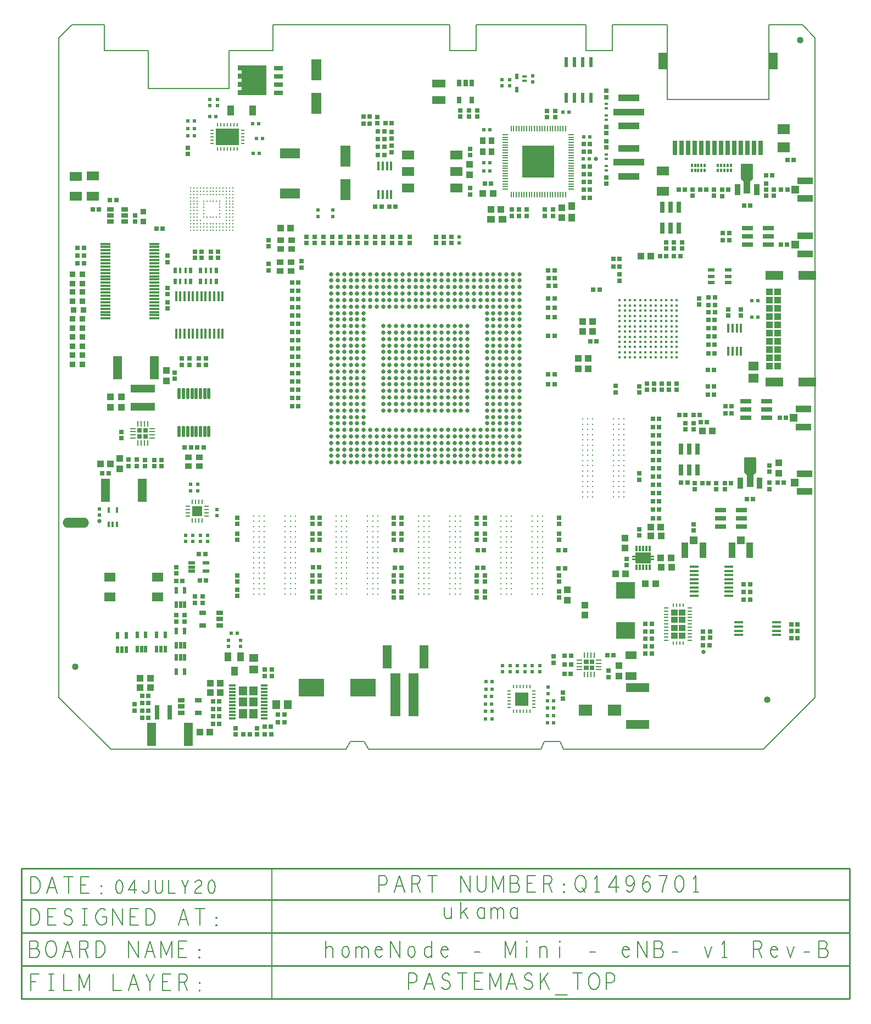
<source format=gbr>
G04 ================== begin FILE IDENTIFICATION RECORD ==================*
G04 Layout Name:  HNODE-MINI-ENB-REV-B_10May22.brd*
G04 Film Name:    HNode-MINI-eNB-v7-RevB-PMT.gbr*
G04 File Format:  Gerber RS274X*
G04 File Origin:  Cadence Allegro 16.6-2015-S108*
G04 Origin Date:  Tue May 10 16:33:03 2022*
G04 *
G04 Layer:  BOARD GEOMETRY/OUTLINE*
G04 Layer:  DRAWING FORMAT/OUTLINE_DATA*
G04 Layer:  PACKAGE GEOMETRY/PASTEMASK_TOP*
G04 Layer:  PIN/PASTEMASK_TOP*
G04 *
G04 Offset:    (0.000 0.000)*
G04 Mirror:    No*
G04 Mode:      Positive*
G04 Rotation:  0*
G04 FullContactRelief:  No*
G04 UndefLineWidth:     6.000*
G04 ================== end FILE IDENTIFICATION RECORD ====================*
%FSLAX55Y55*MOIN*%
%IR0*IPPOS*OFA0.00000B0.00000*MIA0B0*SFA1.00000B1.00000*%
%ADD84R,.029921X.066929*%
%ADD35O,.021748X.068988*%
%ADD77R,.125201X.040201*%
%ADD71R,.023598X.059799*%
%ADD86R,.055118X.1*%
%ADD79R,.190201X.044902*%
%AMMACRO47*
4,1,16,-.087402,.088976,
.087402,.088976,
.087402,-.088976,
-.087402,-.088976,
-.087402,-.061024,
-.064173,-.061024,
-.064173,-.038976,
-.087402,-.038976,
-.087402,-.011024,
-.064173,-.011024,
-.064173,.011024,
-.087402,.011024,
-.087402,.038976,
-.064173,.038976,
-.064173,.061024,
-.087402,.061024,
-.087402,.088976,
0.0*
%
%ADD47MACRO47*%
%ADD72R,.140902X.055902*%
%ADD15R,.055902X.140902*%
%ADD51R,.120866X.060236*%
%ADD31O,.00787X.029531*%
%AMMACRO90*
4,1,44,.007874,.025984,
.007874,-.025984,
.007845,-.026325,
.007758,-.026656,
.007614,-.026966,
.007419,-.027247,
.007178,-.02749,
.006898,-.027687,
.006589,-.027832,
.006259,-.027922,
.005918,-.027953,
.005906,-.027953,
-.005906,-.027953,
-.006247,-.027924,
-.006578,-.027836,
-.006888,-.027693,
-.007169,-.027497,
-.007411,-.027256,
-.007608,-.026976,
-.007754,-.026667,
-.007843,-.026337,
-.007874,-.025996,
-.007874,-.025984,
-.007874,.025984,
-.007845,.026325,
-.007758,.026656,
-.007614,.026966,
-.007419,.027247,
-.007178,.02749,
-.006898,.027687,
-.006589,.027832,
-.006259,.027922,
-.005918,.027953,
-.005906,.027953,
.005906,.027953,
.006247,.027924,
.006578,.027836,
.006888,.027693,
.007169,.027497,
.007411,.027256,
.007608,.026976,
.007754,.026667,
.007843,.026337,
.007874,.025996,
.007874,.025984,
0.0*
%
%ADD90MACRO90*%
%ADD80R,.009843X.023622*%
%ADD39C,.009449*%
%ADD33O,.029531X.00787*%
%ADD13O,.159539X.061118*%
%ADD65R,.037402X.007874*%
%ADD98R,.106299X.055118*%
%ADD64R,.007874X.037402*%
%ADD26R,.145669X.04724*%
%ADD66R,.19685X.19685*%
%ADD55R,.064961X.127953*%
%ADD42R,.009839X.023618*%
%ADD81R,.029531X.009839*%
%ADD43R,.023618X.009839*%
%ADD67R,.02X.032*%
%ADD82R,.012X.032*%
%ADD97R,.06X.052*%
%AMMACRO75*
4,1,20,.04724,-.03248,
.04724,-.01476,
.066929,-.01476,
.066929,-.004921,
.04724,-.004921,
.04724,.004921,
.066929,.004921,
.066929,.01476,
.04724,.01476,
.04724,.03248,
-.04724,.03248,
-.04724,.01476,
-.066929,.01476,
-.066929,.004921,
-.04724,.004921,
-.04724,-.004921,
-.066929,-.004921,
-.066929,-.01476,
-.04724,-.01476,
-.04724,-.03248,
.04724,-.03248,
0.0*
%
%ADD75MACRO75*%
%ADD70R,.043X.045*%
%ADD101R,.094X.04*%
%ADD87R,.055X.015*%
%ADD60R,.045X.043*%
%ADD56R,.062988X.259839*%
%ADD83R,.04X.094*%
%ADD23R,.044X.04222*%
%ADD10C,.04*%
%ADD100R,.072X.064*%
%ADD96R,.034X.065*%
%ADD16R,.04222X.044*%
%ADD25R,.01102X.033461*%
%ADD24R,.033461X.01102*%
%ADD20R,.075X.055*%
%ADD14C,.026*%
%ADD41R,.039X.055*%
%ADD12R,.021X.021*%
%ADD44R,.141732X.102362*%
%ADD45R,.039402X.063*%
%ADD11R,.068X.058*%
%ADD92R,.011811X.021654*%
%ADD74R,.114169X.10039*%
%ADD32R,.06102X.06102*%
%ADD89R,.046X.046*%
%ADD76C,.01772*%
%ADD54C,.024902*%
%ADD29R,.0315X.08661*%
%ADD17R,.028X.028*%
%ADD78R,.023618X.011811*%
%ADD91R,.043307X.023622*%
%ADD73R,.070902X.049201*%
%ADD40R,.039461X.01702*%
%ADD18R,.0375X.0375*%
%ADD61R,.033461X.03937*%
%ADD94R,.057091X.01772*%
%ADD68R,.027559X.011811*%
%ADD57R,.01772X.057091*%
%ADD34R,.03937X.033461*%
%ADD19R,.059059X.011811*%
%ADD49R,.057181X.04537*%
%ADD58R,.07687X.05324*%
%ADD50C,.012799*%
%ADD48R,.04537X.057181*%
%ADD99R,.03937X.03937*%
%ADD93R,.015748X.021654*%
%ADD52R,.054016X.027953*%
%ADD37R,.023618X.035429*%
%ADD46R,.023228X.027953*%
%ADD59R,.07874X.049213*%
%ADD36R,.01772X.059059*%
%ADD63R,.082681X.082681*%
%ADD53R,.15748X.106299*%
%ADD38R,.015748X.035429*%
%ADD30R,.039461X.01978*%
%ADD85R,.027953X.090157*%
%ADD69R,.07874X.07087*%
%ADD22R,.015748X.035429*%
%ADD21R,.01978X.039461*%
%ADD28R,.03937X.027559*%
%ADD62R,.027559X.03937*%
%ADD27R,.03937X.027559*%
%AMMACRO95*
4,1,26,-.020669,-.090551,
-.020669,-.018701,
-.035429,-.003941,
-.035429,.085169,
-.035338,.086111,
-.035085,.087023,
-.034678,.087877,
-.034129,.088648,
-.033454,.089311,
-.032674,.089847,
-.031812,.09024,
-.030896,.090477,
-.03,.090551,
.029929,.090551,
.030893,.090457,
.031825,.090198,
.032699,.08978,
.033486,.089217,
.034164,.088526,
.034712,.087727,
.035112,.086846,
.035354,.085909,
.035429,.085,
.035429,-.003941,
.020669,-.018701,
.020669,-.090551,
-.020669,-.090551,
0.0*
%
%ADD95MACRO95*%
%ADD88R,.066929X.029921*%
%ADD102C,.01*%
%ADD103C,.006*%
G75*
%LPD*%
G75*
G36*
G01X120546Y31534D02*
Y26022D01*
X115428D01*
Y31534D01*
X120546D01*
G37*
G36*
G01X114247D02*
Y26022D01*
X109129D01*
Y31534D01*
X114247D01*
G37*
G36*
G01Y24447D02*
Y18936D01*
X109129D01*
Y24447D01*
X114247D01*
G37*
G36*
G01X120546D02*
Y18936D01*
X115428D01*
Y24447D01*
X120546D01*
G37*
G36*
G01Y38227D02*
Y32715D01*
X115428D01*
Y38227D01*
X120546D01*
G37*
G36*
G01X114247D02*
Y32715D01*
X109129D01*
Y38227D01*
X114247D01*
G37*
G36*
G01X371650Y81123D02*
Y84903D01*
X375508D01*
Y81123D01*
X371650D01*
G37*
G36*
G01X376248D02*
Y84903D01*
X380106D01*
Y81123D01*
X376248D01*
G37*
G36*
G01X371650Y76623D02*
Y80403D01*
X375508D01*
Y76623D01*
X371650D01*
G37*
G36*
G01X376248D02*
Y80403D01*
X380106D01*
Y76623D01*
X376248D01*
G37*
G36*
G01X371650Y71623D02*
Y75403D01*
X375508D01*
Y71623D01*
X371650D01*
G37*
G36*
G01X376248D02*
Y75403D01*
X380106D01*
Y71623D01*
X376248D01*
G37*
G36*
G01X371650Y67123D02*
Y70903D01*
X375508D01*
Y67123D01*
X371650D01*
G37*
G36*
G01X376248D02*
Y70903D01*
X380106D01*
Y67123D01*
X376248D01*
G37*
G36*
G01X53963Y192030D02*
X51207D01*
Y194786D01*
X53963D01*
Y192030D01*
G37*
G36*
G01X50420D02*
X47664D01*
Y194786D01*
X50420D01*
Y192030D01*
G37*
G36*
G01X53963Y188486D02*
X51207D01*
Y191242D01*
X53963D01*
Y188486D01*
G37*
G36*
G01X50420D02*
X47664D01*
Y191242D01*
X50420D01*
Y188486D01*
G37*
G36*
G01X318678Y51639D02*
Y54395D01*
X321434D01*
Y51639D01*
X318678D01*
G37*
G36*
G01Y48095D02*
Y50851D01*
X321434D01*
Y48095D01*
X318678D01*
G37*
G36*
G01X322222Y51639D02*
Y54395D01*
X324977D01*
Y51639D01*
X322222D01*
G37*
G36*
G01Y48095D02*
Y50851D01*
X324977D01*
Y48095D01*
X322222D01*
G37*
G54D100*
X440000Y376000D03*
Y365000D03*
G54D101*
X452424Y156313D03*
Y167113D03*
X452024Y195613D03*
Y206413D03*
X453024Y300613D03*
Y311413D03*
X452924Y334013D03*
Y344813D03*
G54D102*
G01X-22652Y-72063D02*
Y-151263D01*
G01D02*
X405248D01*
G01X-22652Y-131263D02*
X479948D01*
G01X-22652Y-91263D02*
X479948D01*
G01X-22652Y-111263D02*
X479948D01*
G01Y-72063D02*
X-22652D01*
G01X405248Y-151263D02*
X479948D01*
G01D02*
Y-72063D01*
G54D103*
G01X-6102Y-146163D02*
X-3102D01*
G01X-4602Y-136163D02*
Y-146163D01*
G01X-16977D02*
Y-136163D01*
G01X-3752Y-125930D02*
X-4752Y-126097D01*
G01X-2877Y-125264D02*
X-3752Y-125930D01*
G01X-2127Y-124264D02*
X-2877Y-125264D01*
G01X-1627Y-123097D02*
X-2127Y-124264D01*
G01X-1377Y-121764D02*
X-1627Y-123097D01*
G01X-1377Y-120430D02*
Y-121764D01*
G01X-1627Y-119097D02*
X-1377Y-120430D01*
G01X-2127Y-117930D02*
X-1627Y-119097D01*
G01X-2877Y-116930D02*
X-2127Y-117930D01*
G01X-3752Y-116264D02*
X-2877Y-116930D01*
G01X-4752Y-116097D02*
X-3752Y-116264D01*
G01X-5752D02*
X-4752Y-116097D01*
G01X-6627Y-116930D02*
X-5752Y-116264D01*
G01X-7377Y-117930D02*
X-6627Y-116930D01*
G01X-7877Y-119097D02*
X-7377Y-117930D01*
G01X-8127Y-120430D02*
X-7877Y-119097D01*
G01X-8127Y-121764D02*
Y-120430D01*
G01X-7877Y-123097D02*
X-8127Y-121764D01*
G01X-7377Y-124264D02*
X-7877Y-123097D01*
G01X-6627Y-125264D02*
X-7377Y-124264D01*
G01X-5752Y-125930D02*
X-6627Y-125264D01*
G01X-4752Y-126097D02*
X-5752Y-125930D01*
G01X-6102Y-136163D02*
X-3102D01*
G01X-13752Y-120764D02*
X-17627D01*
G01X-12877Y-121097D02*
X-13752Y-120764D01*
G01X-12127Y-122097D02*
X-12877Y-121097D01*
G01X-11877Y-123264D02*
X-12127Y-122097D01*
G01Y-124430D02*
X-11877Y-123264D01*
G01X-12627Y-125430D02*
X-12127Y-124430D01*
G01X-13502Y-126097D02*
X-12627Y-125430D01*
G01X-17627Y-126097D02*
X-13502D01*
G01X-17627Y-116097D02*
Y-126097D01*
G01X-14252Y-116097D02*
X-17627D01*
G01X-13377Y-116597D02*
X-14252Y-116097D01*
G01X-12877Y-117264D02*
X-13377Y-116597D01*
G01X-12627Y-118264D02*
X-12877Y-117264D01*
G01Y-119431D02*
X-12627Y-118264D01*
G01X-13252Y-120264D02*
X-12877Y-119431D01*
G01X-13752Y-120764D02*
X-13252Y-120264D01*
G01X-13977Y-140996D02*
X-16977D01*
G01Y-136163D02*
X-12227D01*
G01X-4202Y-77363D02*
X-1077Y-87363D01*
G01X-7327D02*
X-4202Y-77363D01*
G01X-6902Y-96563D02*
X-1902D01*
G01X-3902Y-101396D02*
X-6902D01*
G01Y-106563D02*
Y-96563D01*
G01X-1902Y-106563D02*
X-6902D01*
G01X-14452Y-87363D02*
X-16952D01*
G01X-13452Y-86863D02*
X-14452Y-87363D01*
G01X-12702Y-86197D02*
X-13452Y-86863D01*
G01X-12077Y-85196D02*
X-12702Y-86197D01*
G01X-16952Y-87363D02*
Y-77363D01*
G01X-14652Y-96563D02*
X-13652Y-97063D01*
G01X-17152Y-96563D02*
X-14652D01*
G01Y-106563D02*
X-17152D01*
G01X-13652Y-106063D02*
X-14652Y-106563D01*
G01X-12902Y-105397D02*
X-13652Y-106063D01*
G01X-12277Y-104396D02*
X-12902Y-105397D01*
G01X-11777Y-103230D02*
X-12277Y-104396D01*
G01X-11652Y-101563D02*
X-11777Y-103230D01*
G01Y-99897D02*
X-11652Y-101563D01*
G01X-12277Y-98730D02*
X-11777Y-99897D01*
G01X-12902Y-97730D02*
X-12277Y-98730D01*
G01X-13652Y-97063D02*
X-12902Y-97730D01*
G01X-17152Y-106563D02*
Y-96563D01*
G01X-2202Y-83863D02*
X-6202D01*
G01X-11577Y-80697D02*
X-11452Y-82363D01*
G01X-12077Y-79530D02*
X-11577Y-80697D01*
G01X-12702Y-78530D02*
X-12077Y-79530D01*
G01X-13452Y-77863D02*
X-12702Y-78530D01*
G01X-14452Y-77363D02*
X-13452Y-77863D01*
G01X-16952Y-77363D02*
X-14452D01*
G01X-11577Y-84030D02*
X-12077Y-85196D01*
G01X-11452Y-82363D02*
X-11577Y-84030D01*
G01X15398Y-144496D02*
X18648Y-136163D01*
G01X12148D02*
X15398Y-144496D01*
G01X18648Y-136163D02*
Y-146163D01*
G01X12148D02*
Y-136163D01*
G01X2898Y-146163D02*
X7898D01*
G01X2898Y-136163D02*
Y-146163D01*
G01X24998Y-126097D02*
X22498D01*
G01X25998Y-125597D02*
X24998Y-126097D01*
G01X26748Y-124931D02*
X25998Y-125597D01*
G01X27373Y-123930D02*
X26748Y-124931D01*
G01X27873Y-122764D02*
X27373Y-123930D01*
G01X27998Y-121097D02*
X27873Y-122764D01*
G01Y-119431D02*
X27998Y-121097D01*
G01X27373Y-118264D02*
X27873Y-119431D01*
G01X26748Y-117264D02*
X27373Y-118264D01*
G01X25998Y-116597D02*
X26748Y-117264D01*
G01X24998Y-116097D02*
X25998Y-116597D01*
G01X22498Y-116097D02*
X24998D01*
G01X22498Y-126097D02*
Y-116097D01*
G01X15873Y-121264D02*
X17748Y-126097D01*
G01X15873Y-121264D02*
X12748D01*
G01X16748Y-120764D02*
X15873Y-121264D01*
G01X17498Y-119930D02*
X16748Y-120764D01*
G01X17748Y-118597D02*
X17498Y-119930D01*
G01Y-117264D02*
X17748Y-118597D01*
G01X16873Y-116597D02*
X17498Y-117264D01*
G01X15873Y-116097D02*
X16873Y-116597D01*
G01X12748Y-116097D02*
X15873D01*
G01X12748Y-126097D02*
Y-116097D01*
G01X5248D02*
X8373Y-126097D01*
G01X7248Y-122597D02*
X3248D01*
G01X2123Y-126097D02*
X5248Y-116097D01*
G01X26048Y-87530D02*
X25798Y-87696D01*
G01X26048Y-87196D02*
Y-87530D01*
G01X25798Y-87030D02*
X26048Y-87196D01*
G01X25548D02*
X25798Y-87030D01*
G01X25548Y-87530D02*
Y-87196D01*
G01X25798Y-87696D02*
X25548Y-87530D01*
G01X26473Y-96563D02*
X27473Y-96896D01*
G01X25598Y-96563D02*
X26473D01*
G01X24598Y-97063D02*
X25598Y-96563D01*
G01X27473Y-96896D02*
X28223Y-97563D01*
G01X23848Y-97730D02*
X24598Y-97063D01*
G01X23098Y-98730D02*
X23848Y-97730D01*
G01X22598Y-99897D02*
X23098Y-98730D01*
G01X22348Y-100896D02*
X22598Y-99897D01*
G01X22348Y-102063D02*
Y-100896D01*
G01X22598Y-103396D02*
X22348Y-102063D01*
G01X23098Y-104563D02*
X22598Y-103396D01*
G01X23848Y-105563D02*
X23098Y-104563D01*
G01X24723Y-106230D02*
X23848Y-105563D01*
G01X25973Y-106563D02*
X24723Y-106230D01*
G01X27223D02*
X25973Y-106563D01*
G01X28098Y-105563D02*
X27223Y-106230D01*
G01X26348Y-101563D02*
X28848D01*
G01X13298Y-87363D02*
Y-77363D01*
G01X18298Y-87363D02*
X13298D01*
G01X5798Y-77363D02*
Y-87363D01*
G01X14098Y-96563D02*
X17098D01*
G01X6098D02*
X6973Y-96896D01*
G01X5223Y-96563D02*
X6098D01*
G01X14098Y-106563D02*
X17098D01*
G01X15598Y-96563D02*
Y-106563D01*
G01X6973Y-96896D02*
X7723Y-97730D01*
G01X6223Y-101230D02*
X4723Y-100896D01*
G01X7348Y-101896D02*
X6223Y-101230D01*
G01X7973Y-102897D02*
X7348Y-101896D01*
G01X8223Y-104063D02*
X7973Y-102897D01*
G01X7848Y-105230D02*
X8223Y-104063D01*
G01X7098Y-106063D02*
X7848Y-105230D01*
G01X6098Y-106563D02*
X7098Y-106063D01*
G01X5098Y-106563D02*
X6098D01*
G01X4348Y-97063D02*
X5223Y-96563D01*
G01X3723Y-97896D02*
X4348Y-97063D01*
G01X3473Y-99063D02*
X3723Y-97896D01*
G01X3848Y-100230D02*
X3473Y-99063D01*
G01X4723Y-100896D02*
X3848Y-100230D01*
G01X3973Y-106063D02*
X5098Y-106563D01*
G01X2973Y-105230D02*
X3973Y-106063D01*
G01X26048Y-83030D02*
X25798Y-83197D01*
G01X26048Y-82696D02*
Y-83030D01*
G01X25798Y-82530D02*
X26048Y-82696D01*
G01X25548D02*
X25798Y-82530D01*
G01X25548Y-83030D02*
Y-82696D01*
G01X25798Y-83197D02*
X25548Y-83030D01*
G01X13298Y-77363D02*
X18298D01*
G01X16298Y-82196D02*
X13298D01*
G01X2923Y-77363D02*
X8673D01*
G01X427559Y0D02*
X459055Y31496D01*
Y431496D01*
X451181Y439370D01*
X430807Y439370D01*
Y394094D01*
X369193D01*
Y439370D01*
X335827D01*
Y423622D01*
X320079D01*
Y439370D01*
X253150D01*
Y423622D01*
X237402D01*
Y439370D01*
X129921D01*
Y423622D01*
X103346D01*
Y400787D01*
X54134D01*
Y423622D01*
X27559D01*
Y439370D01*
X7874D01*
X0Y431496D01*
Y31496D01*
X31496Y0D01*
X174128D01*
X176813Y4724D01*
X185223D01*
X187908Y0D01*
X292520D01*
X294489Y4724D01*
X304331D01*
X306300Y0D01*
X427559D01*
G01X55398Y-146163D02*
Y-141663D01*
G01X45398Y-136163D02*
X48523Y-146163D01*
G01X42273D02*
X45398Y-136163D01*
G01X32898Y-146163D02*
X37898D01*
G01X32898Y-136163D02*
Y-146163D01*
G01X57248Y-122597D02*
X53248D01*
G01X55248Y-116097D02*
X58373Y-126097D01*
G01X57898Y-136163D02*
X55398Y-141663D01*
G01D02*
X52898Y-136163D01*
G01X52123Y-126097D02*
X55248Y-116097D01*
G01X48123Y-126097D02*
Y-116097D01*
G01X42373D02*
X48123Y-126097D01*
G01X42373D02*
Y-116097D01*
G01X47398Y-142663D02*
X43398D01*
G01X36635Y-79366D02*
X35835Y-79632D01*
X35235Y-80299D01*
X34835Y-81099D01*
X34535Y-82166D01*
X34435Y-83366D01*
X34535Y-84566D01*
X34835Y-85633D01*
X35235Y-86433D01*
X35835Y-87099D01*
X36635Y-87366D01*
X37435Y-87099D01*
X38035Y-86433D01*
X38435Y-85633D01*
X38735Y-84566D01*
X38835Y-83366D01*
X38735Y-82166D01*
X38435Y-81099D01*
X38035Y-80299D01*
X37435Y-79632D01*
X36635Y-79366D01*
G01X45835Y-87366D02*
Y-79366D01*
X42135Y-85099D01*
X47135D01*
G01X50635Y-85766D02*
X51135Y-86566D01*
X51735Y-87099D01*
X52435Y-87366D01*
X53235Y-87099D01*
X53835Y-86566D01*
X54435Y-85766D01*
X54635Y-84699D01*
Y-79366D01*
G01X58435D02*
Y-85099D01*
X58835Y-86299D01*
X59635Y-87099D01*
X60635Y-87366D01*
X61635Y-87099D01*
X62435Y-86299D01*
X62835Y-85099D01*
Y-79366D01*
G01X66635D02*
Y-87366D01*
X70635D01*
G01X76635D02*
Y-83766D01*
X74635Y-79366D01*
G01X78635D02*
X76635Y-83766D01*
G01X82735Y-80699D02*
X83335Y-79899D01*
X84035Y-79499D01*
X84835Y-79366D01*
X85835Y-79632D01*
X86535Y-80299D01*
X86735Y-81099D01*
X86635Y-81899D01*
X86235Y-82566D01*
X84235Y-83899D01*
X83335Y-84833D01*
X82735Y-86166D01*
X82535Y-87366D01*
X86735D01*
G01X92635Y-79366D02*
X91835Y-79632D01*
X91235Y-80299D01*
X90835Y-81099D01*
X90535Y-82166D01*
X90435Y-83366D01*
X90535Y-84566D01*
X90835Y-85633D01*
X91235Y-86433D01*
X91835Y-87099D01*
X92635Y-87366D01*
X93435Y-87099D01*
X94035Y-86433D01*
X94435Y-85633D01*
X94735Y-84566D01*
X94835Y-83366D01*
X94735Y-82166D01*
X94435Y-81099D01*
X94035Y-80299D01*
X93435Y-79632D01*
X92635Y-79366D01*
G01X55348Y-96563D02*
X56348Y-97063D01*
G01Y-106063D02*
X55348Y-106563D01*
G01X57098Y-105397D02*
X56348Y-106063D01*
G01Y-97063D02*
X57098Y-97730D01*
G01X52848Y-96563D02*
X55348D01*
G01X43098D02*
X48098D01*
G01X55348Y-106563D02*
X52848D01*
G01D02*
Y-96563D01*
G01X46098Y-101396D02*
X43098D01*
G01Y-106563D02*
Y-96563D01*
G01X48098Y-106563D02*
X43098D01*
G01X38473D02*
Y-96563D01*
G01X32723D02*
X38473Y-106563D01*
G01X32723D02*
Y-96563D01*
G01X28848Y-104563D02*
X28098Y-105563D01*
G01X28848Y-101563D02*
Y-104563D01*
G01X85648Y-146330D02*
X85398Y-146496D01*
G01X85648Y-145996D02*
Y-146330D01*
G01X85398Y-145830D02*
X85648Y-145996D01*
G01X85148D02*
X85398Y-145830D01*
G01X85148Y-146330D02*
Y-145996D01*
G01X85398Y-146496D02*
X85148Y-146330D01*
G01X76023Y-141330D02*
X77898Y-146163D01*
G01X72898D02*
Y-136163D01*
G01X62898Y-146163D02*
Y-136163D01*
G01X67898Y-146163D02*
X62898D01*
G01X85498Y-121764D02*
X85248Y-121931D01*
G01X85498Y-121430D02*
Y-121764D01*
G01X85248Y-121264D02*
X85498Y-121430D01*
G01Y-126264D02*
X85248Y-126430D01*
G01X85498Y-125930D02*
Y-126264D01*
G01X85248Y-125764D02*
X85498Y-125930D01*
G01X85648Y-141830D02*
X85398Y-141997D01*
G01X85648Y-141496D02*
Y-141830D01*
G01X85398Y-141330D02*
X85648Y-141496D01*
G01X85148D02*
X85398Y-141330D01*
G01X85148Y-141830D02*
Y-141496D01*
G01X85398Y-141997D02*
X85148Y-141830D01*
G01X84998Y-121430D02*
X85248Y-121264D01*
G01X84998Y-121764D02*
Y-121430D01*
G01X85248Y-121931D02*
X84998Y-121764D01*
G01Y-125930D02*
X85248Y-125764D01*
G01X84998Y-126264D02*
Y-125930D01*
G01X85248Y-126430D02*
X84998Y-126264D01*
G01X75748Y-120930D02*
X72748D01*
G01Y-116097D02*
X77748D01*
G01X72748Y-126097D02*
Y-116097D01*
G01X77748Y-126097D02*
X72748D01*
G01X76023Y-141330D02*
X72898D01*
G01X76898Y-140830D02*
X76023Y-141330D01*
G01X77648Y-139996D02*
X76898Y-140830D01*
G01X77898Y-138663D02*
X77648Y-139996D01*
G01Y-137330D02*
X77898Y-138663D01*
G01X77023Y-136663D02*
X77648Y-137330D01*
G01X76023Y-136163D02*
X77023Y-136663D01*
G01X72898Y-136163D02*
X76023D01*
G01X68498Y-116097D02*
Y-126097D01*
G01X65248Y-124430D02*
X68498Y-116097D01*
G01X61998D02*
X65248Y-124430D01*
G01X61998Y-126097D02*
Y-116097D01*
G01X65898Y-140996D02*
X62898D01*
G01Y-136163D02*
X67898D01*
G01X85598Y-96563D02*
Y-106563D01*
G01X82723Y-96563D02*
X88473D01*
G01X77598Y-103063D02*
X73598D01*
G01X75598Y-96563D02*
X78723Y-106563D01*
G01X72473D02*
X75598Y-96563D01*
G01X57723Y-104396D02*
X57098Y-105397D01*
G01X58223Y-103230D02*
X57723Y-104396D01*
G01X58348Y-101563D02*
X58223Y-103230D01*
G01Y-99897D02*
X58348Y-101563D01*
G01X57723Y-98730D02*
X58223Y-99897D01*
G01X57098Y-97730D02*
X57723Y-98730D01*
G01X95848Y-102230D02*
X95598Y-102397D01*
G01X95848Y-101896D02*
Y-102230D01*
G01X95598Y-101730D02*
X95848Y-101896D01*
G01X95348D02*
X95598Y-101730D01*
G01X95348Y-102230D02*
Y-101896D01*
G01X95598Y-102397D02*
X95348Y-102230D01*
G01X95848Y-106730D02*
X95598Y-106896D01*
G01X95848Y-106396D02*
Y-106730D01*
G01X95598Y-106230D02*
X95848Y-106396D01*
G01X95348D02*
X95598Y-106230D01*
G01X95348Y-106730D02*
Y-106396D01*
G01X95598Y-106896D02*
X95348Y-106730D01*
G01X129248Y-72484D02*
Y-150643D01*
G01X161900Y-126187D02*
Y-116187D01*
G01Y-121020D02*
X162525Y-120187D01*
X163150Y-119687D01*
X164150Y-119521D01*
X164900Y-119687D01*
X165775Y-120354D01*
X166150Y-121354D01*
Y-126187D01*
G01X174025D02*
X173275Y-126021D01*
X172525Y-125354D01*
X172025Y-124187D01*
X171775Y-122854D01*
X172025Y-121521D01*
X172525Y-120354D01*
X173275Y-119687D01*
X174025Y-119521D01*
X174775Y-119687D01*
X175525Y-120354D01*
X176025Y-121521D01*
X176150Y-122854D01*
X176025Y-124187D01*
X175525Y-125354D01*
X174775Y-126021D01*
X174025Y-126187D01*
G01X180275D02*
Y-119521D01*
G01Y-121354D02*
X180650Y-120520D01*
X181275Y-119854D01*
X182150Y-119521D01*
X183025Y-119854D01*
X183650Y-120520D01*
X184025Y-121354D01*
Y-126187D01*
G01Y-121354D02*
X184400Y-120520D01*
X185025Y-119854D01*
X185900Y-119521D01*
X186775Y-119854D01*
X187400Y-120520D01*
X187775Y-121521D01*
Y-126187D01*
G01X192150Y-121687D02*
X196150D01*
X195775Y-120520D01*
X195150Y-119854D01*
X194275Y-119521D01*
X193400Y-119687D01*
X192650Y-120187D01*
X192150Y-121354D01*
X191900Y-122354D01*
Y-123354D01*
X192150Y-124354D01*
X192775Y-125354D01*
X193525Y-126021D01*
X194400Y-126187D01*
X195275Y-125854D01*
X196150Y-124854D01*
G01X201150Y-126187D02*
Y-116187D01*
X206900Y-126187D01*
Y-116187D01*
G01X214025Y-126187D02*
X213275Y-126021D01*
X212525Y-125354D01*
X212025Y-124187D01*
X211775Y-122854D01*
X212025Y-121521D01*
X212525Y-120354D01*
X213275Y-119687D01*
X214025Y-119521D01*
X214775Y-119687D01*
X215525Y-120354D01*
X216025Y-121521D01*
X216150Y-122854D01*
X216025Y-124187D01*
X215525Y-125354D01*
X214775Y-126021D01*
X214025Y-126187D01*
G01X226275Y-116187D02*
Y-126187D01*
G01Y-124688D02*
X225775Y-125521D01*
X225025Y-126021D01*
X224150Y-126187D01*
X223150Y-125854D01*
X222400Y-125021D01*
X221900Y-124021D01*
X221775Y-122854D01*
X221900Y-121687D01*
X222400Y-120687D01*
X223150Y-119854D01*
X224150Y-119521D01*
X225025Y-119687D01*
X225650Y-120021D01*
X226275Y-120687D01*
G01X232150Y-121687D02*
X236150D01*
X235775Y-120520D01*
X235150Y-119854D01*
X234275Y-119521D01*
X233400Y-119687D01*
X232650Y-120187D01*
X232150Y-121354D01*
X231900Y-122354D01*
Y-123354D01*
X232150Y-124354D01*
X232775Y-125354D01*
X233525Y-126021D01*
X234400Y-126187D01*
X235275Y-125854D01*
X236150Y-124854D01*
G01X252400Y-122854D02*
X255650D01*
G01X270775Y-126187D02*
Y-116187D01*
X274025Y-124521D01*
X277275Y-116187D01*
Y-126187D01*
G01X284025Y-119521D02*
Y-126187D01*
G01Y-116854D02*
X283775Y-116687D01*
Y-116354D01*
X284025Y-116187D01*
X284275Y-116354D01*
Y-116687D01*
X284025Y-116854D01*
G01X291900Y-126187D02*
Y-119521D01*
G01Y-121187D02*
X292400Y-120354D01*
X293150Y-119687D01*
X294150Y-119521D01*
X295025Y-119687D01*
X295775Y-120354D01*
X296150Y-121521D01*
Y-126187D01*
G01X304025Y-119521D02*
Y-126187D01*
G01Y-116854D02*
X303775Y-116687D01*
Y-116354D01*
X304025Y-116187D01*
X304275Y-116354D01*
Y-116687D01*
X304025Y-116854D01*
G01X322400Y-122854D02*
X325650D01*
G01X342150Y-121687D02*
X346150D01*
X345775Y-120520D01*
X345150Y-119854D01*
X344275Y-119521D01*
X343400Y-119687D01*
X342650Y-120187D01*
X342150Y-121354D01*
X341900Y-122354D01*
Y-123354D01*
X342150Y-124354D01*
X342775Y-125354D01*
X343525Y-126021D01*
X344400Y-126187D01*
X345275Y-125854D01*
X346150Y-124854D01*
G01X351150Y-126187D02*
Y-116187D01*
X356900Y-126187D01*
Y-116187D01*
G01X365025Y-120854D02*
X365525Y-120354D01*
X365900Y-119521D01*
X366150Y-118354D01*
X365900Y-117354D01*
X365400Y-116687D01*
X364525Y-116187D01*
X361150D01*
Y-126187D01*
X365275D01*
X366150Y-125521D01*
X366650Y-124521D01*
X366900Y-123354D01*
X366650Y-122187D01*
X365900Y-121187D01*
X365025Y-120854D01*
X361150D01*
G01X372400Y-122854D02*
X375650D01*
G01X391775Y-119521D02*
X394025Y-126187D01*
X396275Y-119521D01*
G01X404025Y-126187D02*
Y-116187D01*
X402525Y-118187D01*
G01Y-126187D02*
X405525D01*
G01X421525D02*
Y-116187D01*
X424650D01*
X425650Y-116687D01*
X426275Y-117354D01*
X426525Y-118687D01*
X426275Y-120021D01*
X425525Y-120854D01*
X424650Y-121354D01*
X421525D01*
G01X424650D02*
X426525Y-126187D01*
G01X432150Y-121687D02*
X436150D01*
X435775Y-120520D01*
X435150Y-119854D01*
X434275Y-119521D01*
X433400Y-119687D01*
X432650Y-120187D01*
X432150Y-121354D01*
X431900Y-122354D01*
Y-123354D01*
X432150Y-124354D01*
X432775Y-125354D01*
X433525Y-126021D01*
X434400Y-126187D01*
X435275Y-125854D01*
X436150Y-124854D01*
G01X441775Y-119521D02*
X444025Y-126187D01*
X446275Y-119521D01*
G01X452400Y-122854D02*
X455650D01*
G01X465025Y-120854D02*
X465525Y-120354D01*
X465900Y-119521D01*
X466150Y-118354D01*
X465900Y-117354D01*
X465400Y-116687D01*
X464525Y-116187D01*
X461150D01*
Y-126187D01*
X465275D01*
X466150Y-125521D01*
X466650Y-124521D01*
X466900Y-123354D01*
X466650Y-122187D01*
X465900Y-121187D01*
X465025Y-120854D01*
X461150D01*
G01X194140Y-86478D02*
Y-76478D01*
X197140D01*
X198140Y-76978D01*
X198890Y-78145D01*
X199140Y-79478D01*
X198890Y-80811D01*
X198265Y-81811D01*
X197140Y-82312D01*
X194140D01*
G01X203515Y-86478D02*
X206640Y-76478D01*
X209766Y-86478D01*
G01X208640Y-82978D02*
X204640D01*
G01X214140Y-86478D02*
Y-76478D01*
X217265D01*
X218265Y-76978D01*
X218890Y-77645D01*
X219140Y-78978D01*
X218890Y-80311D01*
X218140Y-81145D01*
X217265Y-81645D01*
X214140D01*
G01X217265D02*
X219140Y-86478D01*
G01X226640Y-76478D02*
Y-86478D01*
G01X223765Y-76478D02*
X229515D01*
G01X243765Y-86478D02*
Y-76478D01*
X249515Y-86478D01*
Y-76478D01*
G01X253890D02*
Y-83645D01*
X254390Y-85145D01*
X255390Y-86145D01*
X256640Y-86478D01*
X257891Y-86145D01*
X258891Y-85145D01*
X259390Y-83645D01*
Y-76478D01*
G01X263390Y-86478D02*
Y-76478D01*
X266640Y-84811D01*
X269891Y-76478D01*
Y-86478D01*
G01X277640Y-81145D02*
X278140Y-80645D01*
X278515Y-79812D01*
X278766Y-78644D01*
X278515Y-77645D01*
X278015Y-76978D01*
X277140Y-76478D01*
X273765D01*
Y-86478D01*
X277891D01*
X278766Y-85812D01*
X279265Y-84811D01*
X279515Y-83645D01*
X279265Y-82478D01*
X278515Y-81478D01*
X277640Y-81145D01*
X273765D01*
G01X289140Y-86478D02*
X284140D01*
Y-76478D01*
X289140D01*
G01X287140Y-81311D02*
X284140D01*
G01X294140Y-86478D02*
Y-76478D01*
X297265D01*
X298265Y-76978D01*
X298891Y-77645D01*
X299140Y-78978D01*
X298891Y-80311D01*
X298140Y-81145D01*
X297265Y-81645D01*
X294140D01*
G01X297265D02*
X299140Y-86478D01*
G01X306640Y-86811D02*
X306390Y-86645D01*
Y-86311D01*
X306640Y-86145D01*
X306891Y-86311D01*
Y-86645D01*
X306640Y-86811D01*
G01Y-82312D02*
X306390Y-82145D01*
Y-81811D01*
X306640Y-81645D01*
X306891Y-81811D01*
Y-82145D01*
X306640Y-82312D01*
G01X316640Y-86478D02*
X315640Y-86311D01*
X314766Y-85645D01*
X314015Y-84645D01*
X313515Y-83478D01*
X313265Y-82145D01*
Y-80811D01*
X313515Y-79478D01*
X314015Y-78311D01*
X314766Y-77312D01*
X315640Y-76645D01*
X316640Y-76478D01*
X317640Y-76645D01*
X318515Y-77312D01*
X319265Y-78311D01*
X319766Y-79478D01*
X320016Y-80811D01*
Y-82145D01*
X319766Y-83478D01*
X319265Y-84645D01*
X318515Y-85645D01*
X317640Y-86311D01*
X316640Y-86478D01*
G01X317640Y-83811D02*
X319140Y-86478D01*
G01X326640D02*
Y-76478D01*
X325140Y-78478D01*
G01Y-86478D02*
X328140D01*
G01X338140D02*
Y-76478D01*
X333515Y-83645D01*
X339766D01*
G01X344515Y-85312D02*
X345390Y-86145D01*
X346390Y-86478D01*
X347390Y-86145D01*
X348265Y-85145D01*
X348891Y-83645D01*
X349140Y-82145D01*
Y-80311D01*
X348891Y-78811D01*
X348265Y-77478D01*
X347515Y-76811D01*
X346640Y-76478D01*
X345640Y-76811D01*
X344890Y-77478D01*
X344390Y-78478D01*
X344140Y-79812D01*
X344390Y-80978D01*
X345015Y-82145D01*
X345766Y-82812D01*
X346640Y-82978D01*
X347640Y-82645D01*
X348390Y-81811D01*
X349140Y-80311D01*
G01X354265Y-82312D02*
X355140Y-81145D01*
X355890Y-80478D01*
X356891Y-80145D01*
X357766Y-80478D01*
X358390Y-81145D01*
X358891Y-82145D01*
X359016Y-83311D01*
X358891Y-84312D01*
X358390Y-85312D01*
X357640Y-86145D01*
X356766Y-86478D01*
X355766Y-86145D01*
X354890Y-85145D01*
X354390Y-83645D01*
X354265Y-81978D01*
X354515Y-79812D01*
X354890Y-78644D01*
X355515Y-77478D01*
X356390Y-76645D01*
X357265Y-76478D01*
X358140Y-76811D01*
X358766Y-77645D01*
G01X366390Y-86478D02*
X366640Y-84312D01*
X367015Y-82478D01*
X367515Y-80811D01*
X368140Y-78978D01*
X369140Y-76478D01*
X364140D01*
G01X376640D02*
X375640Y-76811D01*
X374890Y-77645D01*
X374390Y-78644D01*
X374015Y-79978D01*
X373890Y-81478D01*
X374015Y-82978D01*
X374390Y-84312D01*
X374890Y-85312D01*
X375640Y-86145D01*
X376640Y-86478D01*
X377640Y-86145D01*
X378390Y-85312D01*
X378890Y-84312D01*
X379265Y-82978D01*
X379390Y-81478D01*
X379265Y-79978D01*
X378890Y-78644D01*
X378390Y-77645D01*
X377640Y-76811D01*
X376640Y-76478D01*
G01X386640Y-86478D02*
Y-76478D01*
X385140Y-78478D01*
G01Y-86478D02*
X388140D01*
G01X212339Y-145662D02*
Y-135662D01*
X215339D01*
X216339Y-136162D01*
X217089Y-137329D01*
X217339Y-138662D01*
X217089Y-139995D01*
X216464Y-140995D01*
X215339Y-141496D01*
X212339D01*
G01X221714Y-145662D02*
X224839Y-135662D01*
X227964Y-145662D01*
G01X226839Y-142162D02*
X222839D01*
G01X232214Y-144329D02*
X233214Y-145162D01*
X234339Y-145662D01*
X235339D01*
X236339Y-145162D01*
X237089Y-144329D01*
X237464Y-143162D01*
X237214Y-141996D01*
X236589Y-140995D01*
X235464Y-140329D01*
X233964Y-139995D01*
X233089Y-139329D01*
X232714Y-138162D01*
X232964Y-136995D01*
X233589Y-136162D01*
X234464Y-135662D01*
X235339D01*
X236214Y-135995D01*
X236964Y-136829D01*
G01X244839Y-135662D02*
Y-145662D01*
G01X241964Y-135662D02*
X247714D01*
G01X257339Y-145662D02*
X252339D01*
Y-135662D01*
X257339D01*
G01X255339Y-140495D02*
X252339D01*
G01X261589Y-145662D02*
Y-135662D01*
X264838Y-143995D01*
X268089Y-135662D01*
Y-145662D01*
G01X271714D02*
X274839Y-135662D01*
X277964Y-145662D01*
G01X276839Y-142162D02*
X272838D01*
G01X282214Y-144329D02*
X283214Y-145162D01*
X284339Y-145662D01*
X285339D01*
X286339Y-145162D01*
X287089Y-144329D01*
X287464Y-143162D01*
X287214Y-141996D01*
X286589Y-140995D01*
X285464Y-140329D01*
X283964Y-139995D01*
X283089Y-139329D01*
X282714Y-138162D01*
X282964Y-136995D01*
X283588Y-136162D01*
X284464Y-135662D01*
X285339D01*
X286214Y-135995D01*
X286964Y-136829D01*
G01X292089Y-145662D02*
Y-135662D01*
G01X296839D02*
X292089Y-141829D01*
G01X297589Y-145662D02*
X294214Y-138996D01*
G01X301089Y-148995D02*
X308589D01*
G01X314838Y-135662D02*
Y-145662D01*
G01X311964Y-135662D02*
X317714D01*
G01X324839Y-145662D02*
X323838Y-145495D01*
X322964Y-144829D01*
X322214Y-143829D01*
X321714Y-142662D01*
X321464Y-141329D01*
Y-139995D01*
X321714Y-138662D01*
X322214Y-137495D01*
X322964Y-136496D01*
X323838Y-135829D01*
X324839Y-135662D01*
X325838Y-135829D01*
X326714Y-136496D01*
X327464Y-137495D01*
X327964Y-138662D01*
X328214Y-139995D01*
Y-141329D01*
X327964Y-142662D01*
X327464Y-143829D01*
X326714Y-144829D01*
X325838Y-145495D01*
X324839Y-145662D01*
G01X332339D02*
Y-135662D01*
X335339D01*
X336339Y-136162D01*
X337089Y-137329D01*
X337339Y-138662D01*
X337089Y-139995D01*
X336464Y-140995D01*
X335339Y-141496D01*
X332339D01*
G01X234038Y-95925D02*
Y-100591D01*
X234538Y-101758D01*
X235288Y-102425D01*
X236163Y-102591D01*
X237038Y-102425D01*
X237788Y-101758D01*
X238289Y-100591D01*
G01Y-102591D02*
Y-95925D01*
G01X244038Y-102591D02*
Y-92591D01*
G01X248038Y-95925D02*
X244038Y-99758D01*
G01X245663Y-98258D02*
X248289Y-102591D01*
G01X258414D02*
Y-95925D01*
G01Y-97091D02*
X257913Y-96425D01*
X257163Y-96091D01*
X256288Y-95925D01*
X255413Y-96258D01*
X254663Y-96924D01*
X254163Y-97925D01*
X253913Y-99258D01*
X254163Y-100591D01*
X254663Y-101591D01*
X255413Y-102258D01*
X256288Y-102591D01*
X257163Y-102425D01*
X257913Y-101925D01*
X258414Y-101258D01*
G01X262413Y-102591D02*
Y-95925D01*
G01Y-97758D02*
X262788Y-96924D01*
X263413Y-96258D01*
X264288Y-95925D01*
X265163Y-96258D01*
X265788Y-96924D01*
X266163Y-97758D01*
Y-102591D01*
G01Y-97758D02*
X266538Y-96924D01*
X267163Y-96258D01*
X268038Y-95925D01*
X268913Y-96258D01*
X269539Y-96924D01*
X269913Y-97925D01*
Y-102591D01*
G01X278414D02*
Y-95925D01*
G01Y-97091D02*
X277913Y-96425D01*
X277163Y-96091D01*
X276288Y-95925D01*
X275413Y-96258D01*
X274663Y-96924D01*
X274163Y-97925D01*
X273913Y-99258D01*
X274163Y-100591D01*
X274663Y-101591D01*
X275413Y-102258D01*
X276288Y-102591D01*
X277163Y-102425D01*
X277913Y-101925D01*
X278414Y-101258D01*
G54D10*
X10000Y50000D03*
X430000Y30000D03*
X450000Y430000D03*
G54D11*
X31076Y104550D03*
Y92450D03*
X59924Y104550D03*
Y92450D03*
G54D20*
X20474Y335511D03*
Y347715D03*
X10174Y335411D03*
Y347615D03*
X366720Y350724D03*
Y338520D03*
G54D21*
X47532Y60691D03*
X52650D03*
X50091D03*
X35674Y60491D03*
X40792D03*
X38233D03*
X52650Y69353D03*
X47532D03*
X40792Y69153D03*
X35674D03*
X71284Y47272D03*
X76403D03*
Y55934D03*
X71284D03*
X73844D03*
X64492Y60891D03*
X61933D03*
X59374D03*
X76403Y71712D03*
X71284D03*
X76403Y63050D03*
X73844D03*
X71284D03*
X76403Y87942D03*
X73844D03*
X71284D03*
X64492Y69553D03*
X59374D03*
X76403Y96604D03*
X71284D03*
G54D30*
X80542Y113073D03*
Y107955D03*
Y110514D03*
X89204Y107955D03*
Y113073D03*
G54D12*
X24700Y142130D03*
Y145870D03*
X76874Y126143D03*
Y129883D03*
X85874Y126143D03*
Y129883D03*
X81374D03*
Y126143D03*
X84403Y156926D03*
Y160667D03*
X79903Y156926D03*
Y160667D03*
X78375Y371961D03*
X82116D03*
X82115Y376461D03*
X78375D03*
X82116Y380961D03*
X78375D03*
X104604Y70513D03*
X108344D03*
X102775Y62343D03*
Y66083D03*
X110175Y62343D03*
Y66083D03*
X90374Y126143D03*
Y129883D03*
X95874Y145383D03*
Y141643D03*
X95255Y383825D03*
X91515D03*
X91700Y394270D03*
Y390530D03*
X96300Y394170D03*
Y390430D03*
X121592Y361483D03*
X117852D03*
X119924Y370424D03*
X123664D03*
X121224Y379316D03*
X117483D03*
X166130Y323223D03*
X157374D03*
X166130Y326963D03*
X157374D03*
X259004Y32013D03*
X258937Y27570D03*
X259037Y23070D03*
Y18570D03*
X259120Y41013D03*
X259191Y36513D03*
X242774Y307043D03*
Y310783D03*
X261644Y350913D03*
X257904D03*
X258004Y355924D03*
X261744D03*
Y375924D03*
X258004D03*
X262744Y32013D03*
X262677Y27570D03*
X262777Y23070D03*
Y18570D03*
X273907Y50940D03*
Y47200D03*
X269407Y50840D03*
Y47100D03*
X262860Y41013D03*
X262931Y36513D03*
X283007Y50840D03*
Y47100D03*
X278374Y50701D03*
Y46961D03*
X287374Y50770D03*
Y47030D03*
X287474Y408583D03*
Y404843D03*
X273574Y406082D03*
Y402342D03*
X269074Y406083D03*
Y402343D03*
X296504Y29513D03*
X300244D03*
X296504Y25013D03*
X300244D03*
X296504Y20513D03*
X300244D03*
X296504Y16013D03*
X300244D03*
X296874Y33943D03*
Y37683D03*
X291874Y50883D03*
Y47143D03*
X318504Y371513D03*
X318230Y358000D03*
X309670Y386500D03*
X305930D03*
X322245Y371513D03*
X321970Y358000D03*
X424298Y261971D03*
X420558D03*
X424186Y271951D03*
X420446D03*
G54D22*
X35234Y145143D03*
X30115D03*
X35234Y136481D03*
X32675D03*
X30115D03*
G54D40*
X105093Y26809D03*
Y28778D03*
Y30747D03*
Y24841D03*
Y20904D03*
Y18935D03*
Y22872D03*
Y32715D03*
Y34684D03*
Y36652D03*
Y38621D03*
X124581Y18935D03*
Y24841D03*
Y22872D03*
Y26809D03*
Y30747D03*
Y28778D03*
Y20904D03*
Y34684D03*
Y32715D03*
Y38621D03*
Y36652D03*
G54D13*
X10121Y137528D03*
G54D31*
X86827Y138804D03*
X84859D03*
X82890D03*
X80922D03*
X84859Y150222D03*
X86827D03*
X82890D03*
X80922D03*
G54D50*
X143585Y97369D03*
Y103668D03*
Y109967D03*
X118389Y100518D03*
Y106817D03*
Y113117D03*
X143585Y94219D03*
X140436D03*
X137286D03*
X124688D03*
X121538D03*
X118389D03*
X140436Y97369D03*
X137286D03*
X124688D03*
X121538D03*
X118389D03*
X143585Y100518D03*
X140436D03*
X137286D03*
X124688D03*
X121538D03*
X140436Y103668D03*
X137286D03*
X124688D03*
X121538D03*
X118389D03*
X143585Y106817D03*
X140436D03*
X137286D03*
X124688D03*
X121538D03*
X140436Y109967D03*
X137286D03*
X124688D03*
X121538D03*
X118389D03*
X143585Y113117D03*
X140436D03*
X137286D03*
X124688D03*
X121538D03*
X143585Y116266D03*
X140436D03*
X137286D03*
X124688D03*
X121538D03*
X118389D03*
X143585Y119416D03*
X140436D03*
X137286D03*
X124688D03*
X121538D03*
X118389D03*
X143585Y122565D03*
X140436D03*
X137286D03*
X124688D03*
X121538D03*
X118389D03*
X143585Y125715D03*
X140436D03*
X137286D03*
X124688D03*
X121538D03*
X118389D03*
X143585Y128865D03*
X140436D03*
X137286D03*
X124688D03*
X121538D03*
X118389D03*
X143585Y132014D03*
X140436D03*
X137286D03*
X124688D03*
X121538D03*
X118389D03*
X143585Y135164D03*
X140436D03*
X137286D03*
X124688D03*
X121538D03*
X118389D03*
X143585Y138313D03*
X140436D03*
X137286D03*
X124688D03*
X121538D03*
X118389D03*
X143585Y141463D03*
X140436D03*
X137286D03*
X124688D03*
X121538D03*
X118389D03*
X168389Y100518D03*
Y106817D03*
X171538Y116266D03*
X168389Y94219D03*
Y97369D03*
Y103668D03*
X171538Y113117D03*
Y94219D03*
X168389Y113117D03*
Y109967D03*
Y116266D03*
X171538Y109967D03*
Y106817D03*
Y97369D03*
Y100518D03*
Y103668D03*
X168389Y122565D03*
X171538Y128865D03*
X168389Y132014D03*
Y138313D03*
Y128865D03*
Y119416D03*
X171538D03*
X168389Y125715D03*
X171538Y132014D03*
X168389Y135164D03*
Y141463D03*
X171538Y138313D03*
Y141463D03*
Y135164D03*
Y122565D03*
Y125715D03*
X190436Y109967D03*
X174688D03*
X193585Y106817D03*
X190436Y116266D03*
X193585Y94219D03*
Y100518D03*
X190436Y106817D03*
X193585Y97369D03*
Y103668D03*
X190436Y113117D03*
X174688Y116266D03*
X193585Y109967D03*
Y116266D03*
Y113117D03*
X187286D03*
Y116266D03*
X174688Y113117D03*
Y106817D03*
X190436Y103668D03*
X174688Y97369D03*
X190436Y94219D03*
Y97369D03*
Y100518D03*
X174688D03*
X187286Y106817D03*
Y94219D03*
X174688D03*
X187286Y103668D03*
Y97369D03*
Y109967D03*
Y100518D03*
X174688Y103668D03*
X193585Y122565D03*
Y125715D03*
X190436Y128865D03*
Y132014D03*
X193585Y138313D03*
X190436Y122565D03*
X174688Y138313D03*
X193585Y141463D03*
Y119416D03*
Y128865D03*
Y135164D03*
X190436Y141463D03*
X187286Y122565D03*
X193585Y132014D03*
X174688Y141463D03*
X190436Y138313D03*
X187286Y141463D03*
X190436Y135164D03*
X174688D03*
X187286Y132014D03*
Y138313D03*
Y135164D03*
X174688Y122565D03*
Y125715D03*
X187286Y119416D03*
X190436D03*
X174688D03*
X190436Y125715D03*
X187286D03*
X174688Y128865D03*
Y132014D03*
X187286Y128865D03*
X224688Y109967D03*
X218389Y100518D03*
Y106817D03*
X221538Y116266D03*
X218389Y94219D03*
Y97369D03*
Y103668D03*
X221538Y113117D03*
Y94219D03*
X224688Y116266D03*
X218389Y113117D03*
Y109967D03*
Y116266D03*
X221538Y109967D03*
X224688Y113117D03*
Y106817D03*
X221538D03*
X224688Y97369D03*
X221538D03*
Y100518D03*
Y103668D03*
X224688Y100518D03*
Y94219D03*
Y103668D03*
X218389Y122565D03*
X221538Y128865D03*
X218389Y132014D03*
Y138313D03*
Y128865D03*
X224688Y138313D03*
X218389Y119416D03*
X221538D03*
X218389Y125715D03*
X221538Y132014D03*
X218389Y135164D03*
Y141463D03*
X221538Y138313D03*
X224688Y141463D03*
X221538D03*
Y135164D03*
X224688D03*
Y122565D03*
Y125715D03*
X221538Y122565D03*
X224688Y119416D03*
X221538Y125715D03*
X224688Y128865D03*
Y132014D03*
X240436Y109967D03*
X243585Y106817D03*
X240436Y116266D03*
X243585Y94219D03*
Y100518D03*
X240436Y106817D03*
X243585Y97369D03*
Y103668D03*
X240436Y113117D03*
X243585Y109967D03*
Y116266D03*
Y113117D03*
X237286D03*
Y116266D03*
X240436Y103668D03*
Y94219D03*
Y97369D03*
Y100518D03*
X237286Y106817D03*
Y94219D03*
Y103668D03*
Y97369D03*
Y109967D03*
Y100518D03*
X243585Y122565D03*
Y125715D03*
X240436Y128865D03*
Y132014D03*
X243585Y138313D03*
X240436Y122565D03*
X243585Y141463D03*
Y119416D03*
Y128865D03*
Y135164D03*
X240436Y141463D03*
X237286Y122565D03*
X243585Y132014D03*
X240436Y138313D03*
X237286Y141463D03*
X240436Y135164D03*
X237286Y132014D03*
Y138313D03*
Y135164D03*
Y119416D03*
X240436D03*
Y125715D03*
X237286D03*
Y128865D03*
X290436Y109967D03*
X274688D03*
X268389Y100518D03*
Y106817D03*
X290436Y116266D03*
X271538D03*
X268389Y94219D03*
X290436Y106817D03*
X268389Y97369D03*
Y103668D03*
X290436Y113117D03*
X271538D03*
Y94219D03*
X274688Y116266D03*
X268389Y113117D03*
Y109967D03*
Y116266D03*
X271538Y109967D03*
X287286Y113117D03*
Y116266D03*
X274688Y113117D03*
Y106817D03*
X290436Y103668D03*
X271538Y106817D03*
X274688Y97369D03*
X290436Y94219D03*
X271538Y97369D03*
X290436D03*
X271538Y100518D03*
X290436D03*
X271538Y103668D03*
X274688Y100518D03*
X287286Y106817D03*
Y94219D03*
X274688D03*
X287286Y103668D03*
Y97369D03*
Y109967D03*
Y100518D03*
X274688Y103668D03*
X268389Y122565D03*
X290436Y128865D03*
X271538D03*
X290436Y132014D03*
X268389D03*
Y138313D03*
X290436Y122565D03*
X268389Y128865D03*
X274688Y138313D03*
X268389Y119416D03*
X271538D03*
X268389Y125715D03*
X271538Y132014D03*
X268389Y135164D03*
X290436Y141463D03*
X268389D03*
X287286Y122565D03*
X271538Y138313D03*
X274688Y141463D03*
X290436Y138313D03*
X271538Y141463D03*
X287286D03*
X271538Y135164D03*
X290436D03*
X274688D03*
X287286Y132014D03*
Y138313D03*
Y135164D03*
X274688Y122565D03*
Y125715D03*
X287286Y119416D03*
X271538Y122565D03*
X290436Y119416D03*
X274688D03*
X290436Y125715D03*
X271538D03*
X287286D03*
X274688Y128865D03*
Y132014D03*
X287286Y128865D03*
X293585Y106817D03*
Y94219D03*
Y100518D03*
Y97369D03*
Y103668D03*
Y109967D03*
Y116266D03*
Y113117D03*
Y122565D03*
Y125715D03*
Y138313D03*
Y141463D03*
Y119416D03*
Y128865D03*
Y135164D03*
Y132014D03*
X317772Y159390D03*
Y165689D03*
Y153091D03*
Y156241D03*
Y162540D03*
Y171989D03*
Y168839D03*
Y175138D03*
Y181437D03*
Y190886D03*
Y197185D03*
Y187737D03*
Y178288D03*
Y184587D03*
Y194036D03*
Y200335D03*
X339819Y168839D03*
X324071D03*
X342968Y165689D03*
X339819Y175138D03*
X320921D03*
X342968Y153091D03*
Y159390D03*
X339819Y165689D03*
X342968Y156241D03*
Y162540D03*
X339819Y171989D03*
X320921D03*
Y153091D03*
X324071Y175138D03*
X342968Y168839D03*
Y175138D03*
X320921Y168839D03*
X342968Y171989D03*
X336669D03*
Y175138D03*
X324071Y171989D03*
Y165689D03*
X339819Y162540D03*
X320921Y165689D03*
X324071Y156241D03*
X339819Y153091D03*
X320921Y156241D03*
X339819D03*
X320921Y159390D03*
X339819D03*
X320921Y162540D03*
X324071Y159390D03*
X336669Y165689D03*
Y153091D03*
X324071D03*
X336669Y162540D03*
Y156241D03*
Y168839D03*
Y159390D03*
X324071Y162540D03*
X342968Y181437D03*
Y184587D03*
X339819Y187737D03*
X320921D03*
X339819Y190886D03*
X342968Y197185D03*
X339819Y181437D03*
X324071Y197185D03*
X342968Y200335D03*
Y178288D03*
X320921D03*
X342968Y187737D03*
X320921Y190886D03*
X342968Y194036D03*
X339819Y200335D03*
X336669Y181437D03*
X342968Y190886D03*
X320921Y197185D03*
X324071Y200335D03*
X339819Y197185D03*
X320921Y200335D03*
X336669D03*
X320921Y194036D03*
X339819D03*
X324071D03*
X336669Y190886D03*
Y197185D03*
Y194036D03*
X324071Y181437D03*
Y184587D03*
X336669Y178288D03*
X320921Y181437D03*
X339819Y178288D03*
X324071D03*
X339819Y184587D03*
X320921D03*
X336669D03*
X324071Y187737D03*
Y190886D03*
X336669Y187737D03*
G54D32*
X83874Y144513D03*
G54D41*
X102724Y56168D03*
X106474Y47468D03*
X110224Y56168D03*
G54D14*
X24674Y138313D03*
X325800Y358000D03*
X391374Y59013D03*
G54D23*
X37022Y176389D03*
Y170189D03*
X37814Y207536D03*
X31314D03*
X37814Y213736D03*
X31314D03*
X65174Y229713D03*
Y223513D03*
X249362Y348470D03*
Y354670D03*
X308674Y90613D03*
X319374Y87613D03*
Y81413D03*
X308674Y96813D03*
X315374Y230913D03*
Y237113D03*
X321374D03*
Y230913D03*
X317874Y253413D03*
Y259613D03*
X305374Y322413D03*
Y328613D03*
X339833Y50730D03*
Y44530D03*
X343584Y128197D03*
Y121997D03*
X323874Y259613D03*
Y253413D03*
X436774Y167613D03*
Y173813D03*
G54D24*
X56622Y190652D03*
X45007Y188682D03*
X56622Y194589D03*
X45007Y192620D03*
Y190652D03*
X56622Y192620D03*
X45007Y194589D03*
X56622Y188682D03*
X316021Y54198D03*
Y52229D03*
Y50261D03*
Y48292D03*
X327635D03*
Y50261D03*
Y52229D03*
Y54198D03*
G54D60*
X262374Y321413D03*
X269174D03*
G54D42*
X96340Y378942D03*
X108151Y363980D03*
X98308Y378942D03*
X100277D03*
X102246D03*
X104214D03*
X106182D03*
X108151D03*
X96340Y363981D03*
X98308D03*
X100277D03*
X102246D03*
X104214D03*
X106182D03*
X285795Y23033D03*
X283828D03*
X281858D03*
X279891D03*
X277921D03*
X275954D03*
Y37993D03*
X277921D03*
X279891D03*
X281858D03*
X283828D03*
X285795D03*
G54D33*
X78165Y141561D03*
Y147466D03*
Y145498D03*
Y143529D03*
X89583D03*
Y141561D03*
Y147466D03*
Y145498D03*
G54D51*
X140354Y337045D03*
Y361533D03*
G54D15*
X28237Y157043D03*
X56134Y9013D03*
X50718Y157043D03*
X35602Y231339D03*
X58083D03*
X78615Y9013D03*
X199096Y56167D03*
X221576D03*
G54D52*
X133155Y408279D03*
Y403279D03*
Y398279D03*
Y413279D03*
G54D34*
X85331Y171707D03*
X78639D03*
Y177022D03*
X85331D03*
X141075Y290276D03*
X134383D03*
X134461Y308917D03*
X141153D03*
Y303601D03*
X134461D03*
X134383Y295592D03*
X141075D03*
G54D61*
X257216Y362578D03*
Y369270D03*
X262532D03*
Y362578D03*
G54D25*
X49831Y185829D03*
X47861D03*
X53768Y197443D03*
X47861D03*
X49831D03*
X51798D03*
X53768Y185829D03*
X51798D03*
X318875Y57052D03*
Y45438D03*
X324781Y57052D03*
X322812D03*
X320844D03*
Y45438D03*
X322812D03*
X324781D03*
G54D16*
X25114Y173099D03*
X49274Y37513D03*
X55474D03*
X49274Y43013D03*
X55474D03*
X31314Y173099D03*
X85452Y10433D03*
X91652D03*
X91774Y40013D03*
X97974D03*
X91774Y34513D03*
X97974D03*
X140661Y316151D03*
X134461D03*
X262174Y327413D03*
X257274Y337013D03*
X263474D03*
X268374Y327413D03*
X337854Y106545D03*
X344054D03*
X371570Y116157D03*
X365370D03*
X362184Y100597D03*
X355984D03*
X371807Y110474D03*
X365607D03*
X359174Y134912D03*
X365374D03*
X359274Y129413D03*
X365474D03*
X353183Y299118D03*
X359383D03*
X396691Y193213D03*
X390491D03*
G54D70*
X311374Y322613D03*
Y329413D03*
G54D43*
X111694Y375398D03*
X92797Y375398D03*
X111694Y373429D03*
X92797Y373430D03*
X111695Y371461D03*
X92797Y371461D03*
X111695Y369493D03*
X92797Y369492D03*
X111695Y367524D03*
X92797Y367524D03*
X288354Y29529D03*
Y27560D03*
Y25592D03*
X273395Y27560D03*
Y29529D03*
Y25592D03*
Y31497D03*
X288354D03*
X273395Y33466D03*
Y35434D03*
X288354D03*
Y33466D03*
G54D62*
X250560Y393858D03*
X243079D03*
Y404094D03*
X246819D03*
X250560D03*
G54D53*
X153126Y37513D03*
X184622D03*
G54D17*
X26324Y167599D03*
X15165Y294813D03*
X11374D03*
X15165Y304113D03*
X11374D03*
X15165Y299513D03*
X11374D03*
X20484Y327513D03*
X24274D03*
X54265Y19013D03*
X50474D03*
X54265Y28013D03*
X50474D03*
X45874Y27403D03*
Y23613D03*
X54265Y23513D03*
X50474D03*
X54265Y32513D03*
X50474D03*
X42231Y171871D03*
Y175661D03*
X47183D03*
Y171871D03*
X57814Y171645D03*
Y175436D03*
X52214Y175426D03*
Y171636D03*
X30114Y167599D03*
X37814Y188745D03*
Y192536D03*
X46374Y323903D03*
Y320113D03*
X34765Y333013D03*
X30974D03*
X87285Y88923D03*
X82685D03*
X71389Y81373D03*
Y77583D03*
X76389Y81373D03*
Y77583D03*
X71374Y106623D03*
Y110413D03*
X87285Y92713D03*
X82685D03*
X85484Y102513D03*
X84974Y118513D03*
X71284Y101961D03*
X75074D03*
X62314Y171645D03*
Y175436D03*
X80200Y183265D03*
X76410D03*
X84010D03*
X84911Y233223D03*
X70174Y228503D03*
Y224713D03*
X74674Y233223D03*
X79174D03*
X84911Y237013D03*
X74674D03*
X79174D03*
X65916Y271251D03*
Y267461D03*
Y275971D03*
Y279761D03*
X86648Y297973D03*
Y301763D03*
X82648Y297978D03*
Y301768D03*
X59153Y315773D03*
X62944D03*
X65916Y295571D03*
Y299361D03*
X78245Y361071D03*
Y364861D03*
X97265Y20013D03*
X93474D03*
X97265Y15513D03*
X93474D03*
X97265Y24513D03*
X93474D03*
X97265Y29013D03*
X93474D03*
X107374Y12903D03*
Y9113D03*
X115765Y9013D03*
X111974D03*
X89274Y102513D03*
X88765Y118513D03*
X108187Y101651D03*
Y105441D03*
Y96831D03*
Y93041D03*
Y136751D03*
Y140541D03*
Y127151D03*
Y130941D03*
X87800Y183265D03*
X89411Y233223D03*
Y237013D03*
X96516Y297966D03*
Y301756D03*
X92348Y297973D03*
Y301763D03*
X136765Y21013D03*
X132974D03*
X136765Y16513D03*
X132974D03*
X128665Y13813D03*
X124874D03*
X128765Y9113D03*
X124974D03*
X120374Y12903D03*
Y9113D03*
X124874Y48403D03*
Y44613D03*
X129374Y48403D03*
Y44613D03*
X141439Y208134D03*
X145229D03*
X141439Y213134D03*
X145229D03*
X145219Y223134D03*
X141429D03*
X145219Y218134D03*
X141429D03*
X145219Y228134D03*
X141429D03*
X145219Y233134D03*
X141429D03*
X141439Y243134D03*
X145229D03*
X141439Y238134D03*
X145229D03*
X145219Y253134D03*
X141429D03*
X145219Y248134D03*
X141429D03*
X141439Y258134D03*
X145229D03*
X141439Y263134D03*
X145229D03*
X127397Y290527D03*
Y294317D03*
X145229Y273134D03*
X141439D03*
X145229Y268134D03*
X141439D03*
X141439Y283134D03*
X145229D03*
X141439Y278134D03*
X145229D03*
X127397Y308917D03*
Y305127D03*
X158077Y110441D03*
X154287D03*
X158287Y95831D03*
Y92041D03*
Y101651D03*
Y105441D03*
X153787Y95831D03*
Y92041D03*
Y101651D03*
Y105441D03*
X153997Y120941D03*
X157787D03*
X158287Y127151D03*
Y130941D03*
Y136751D03*
Y140541D03*
X153787Y130931D03*
Y127141D03*
Y136751D03*
Y140541D03*
X147329Y292238D03*
X170997Y310917D03*
Y307127D03*
X160597Y310917D03*
Y307127D03*
X165797Y310917D03*
Y307127D03*
X155397Y310917D03*
Y307127D03*
X150197Y310917D03*
Y307127D03*
X147329Y296028D03*
X204087Y110141D03*
X203287Y95831D03*
Y92041D03*
Y101651D03*
Y105441D03*
X204097Y120941D03*
X203287Y130931D03*
Y127141D03*
Y136751D03*
Y140541D03*
X196997Y310917D03*
Y307127D03*
X191797Y310921D03*
Y307131D03*
X202197Y307127D03*
Y310917D03*
X186597Y310917D03*
Y307127D03*
X176197Y310917D03*
Y307127D03*
X181397Y310907D03*
Y307117D03*
X204265Y329213D03*
X200474D03*
X191984D03*
X195774D03*
X193684Y365313D03*
X197474D03*
X202074Y362223D03*
Y366013D03*
X197465Y370113D03*
X193674D03*
X202074Y370523D03*
Y374313D03*
X197465Y374713D03*
X193674D03*
X193215Y379710D03*
X202078Y379657D03*
X198287D03*
X188606Y379400D03*
X184815D03*
X197474Y360613D03*
X193684D03*
X193215Y383500D03*
X188606Y383900D03*
X184815D03*
X207877Y110141D03*
X208087Y95831D03*
Y92041D03*
Y101651D03*
Y105441D03*
X207887Y120941D03*
X208087Y127151D03*
Y130941D03*
Y136751D03*
Y140541D03*
X233474Y310803D03*
Y307013D03*
X228774Y307023D03*
Y310813D03*
X212797Y310917D03*
Y307127D03*
X207397Y310912D03*
Y307122D03*
X257677Y110141D03*
X253887D03*
X258487Y95831D03*
Y92041D03*
X253687Y95831D03*
Y92041D03*
X258487Y101651D03*
Y105441D03*
X253687Y101651D03*
Y105441D03*
X254197Y120941D03*
X257987D03*
X258487Y127151D03*
Y130941D03*
X253687Y130931D03*
Y127141D03*
X258487Y136751D03*
Y140541D03*
X253687Y136751D03*
Y140541D03*
X238174Y310803D03*
Y307013D03*
X262265Y343013D03*
X258474D03*
X249550Y340402D03*
Y336612D03*
Y360402D03*
Y364192D03*
X248891Y383787D03*
Y387577D03*
X243597Y383787D03*
Y387577D03*
X253904Y383787D03*
Y387577D03*
X274874Y323613D03*
X279374D03*
X283874D03*
X274874Y327403D03*
X279374D03*
X283874D03*
X305774Y30723D03*
Y34513D03*
X307088Y51303D03*
X310878D03*
X307082Y56837D03*
X310873D03*
X306800Y45856D03*
X310590D03*
X300194Y56315D03*
Y52525D03*
X307177Y109841D03*
X303387D03*
X303487Y95831D03*
Y92041D03*
Y101651D03*
Y105441D03*
X303397Y120941D03*
X307187D03*
X303487Y130931D03*
Y127141D03*
Y136751D03*
Y140541D03*
X300824Y221334D03*
X297034D03*
X300824Y227334D03*
X297034D03*
X300824Y262134D03*
X297034D03*
X300824Y250734D03*
X297034D03*
X297044Y290334D03*
X300834D03*
X300824Y267834D03*
X297034D03*
X300824Y273534D03*
X297034D03*
X297300Y280952D03*
X301090D03*
X301062Y285630D03*
X297272D03*
X299874Y323613D03*
X294874D03*
X299874Y327403D03*
X318484Y334513D03*
Y344113D03*
Y348713D03*
Y339513D03*
X294874Y327403D03*
X318484Y367013D03*
Y353513D03*
Y362513D03*
X296374Y383423D03*
Y387213D03*
X301374Y383423D03*
Y387213D03*
X333680Y43857D03*
Y47647D03*
X332791Y57220D03*
X336581D03*
X344582Y111616D03*
Y115406D03*
X337874Y220403D03*
Y216613D03*
X326265Y247513D03*
X322474D03*
X328165Y278813D03*
X324374D03*
X336488Y292817D03*
X340279D03*
X340274Y288028D03*
Y284238D03*
X336488Y297511D03*
X340279D03*
X322274Y334513D03*
Y344113D03*
Y348713D03*
Y339513D03*
X332374Y343123D03*
Y346913D03*
X322274Y367013D03*
Y353513D03*
Y362513D03*
X332374Y365123D03*
Y368913D03*
Y373623D03*
Y377413D03*
Y399403D03*
Y395613D03*
X355984Y58013D03*
X359774D03*
X355984Y76013D03*
X359774D03*
X359765Y62513D03*
X355974D03*
X355984Y71513D03*
X359774D03*
X355984Y67013D03*
X359774D03*
X360597Y145441D03*
X364387D03*
X360597Y140191D03*
X364387D03*
X352285Y129743D03*
Y133533D03*
X377674Y161713D03*
X360597Y150441D03*
X364387D03*
X360597Y165441D03*
X364387D03*
X360597Y160441D03*
X364387D03*
X360597Y155441D03*
X364387D03*
X352187Y163551D03*
Y167341D03*
X360597Y175441D03*
X364387D03*
X360597Y170441D03*
X364387D03*
X376444Y202913D03*
X360597Y200441D03*
X364387D03*
X360597Y180441D03*
X364387D03*
X360597Y195441D03*
X364387D03*
X360597Y190441D03*
X364387D03*
X360597Y185441D03*
X364387D03*
X357084Y221826D03*
Y218035D03*
X361384Y221826D03*
Y218035D03*
X365884Y221826D03*
Y218035D03*
X374874Y221903D03*
Y218113D03*
X352152Y220116D03*
Y216326D03*
X370284Y221826D03*
Y218035D03*
X368738Y307557D03*
Y303767D03*
X373338Y307557D03*
Y303767D03*
Y299137D03*
X377129D03*
X368738Y299118D03*
X364948D03*
X378141Y307595D03*
Y303805D03*
X376155Y339413D03*
X390874Y71403D03*
Y67613D03*
X394765Y63013D03*
X390974D03*
X395374Y67623D03*
Y71413D03*
X385374Y132623D03*
Y136413D03*
X407965Y161513D03*
X404174D03*
X390584Y161613D03*
X394374D03*
X399074Y161603D03*
Y157813D03*
X381465Y161713D03*
X386074Y161603D03*
Y157813D03*
X404174Y157723D03*
Y161513D03*
X393381Y198313D03*
X389591D03*
X408265Y203763D03*
X404474D03*
X385115Y202913D03*
X388905D03*
X380234D03*
Y193978D03*
Y197768D03*
X385115Y193978D03*
Y197768D03*
X393784Y230213D03*
X397574D03*
X393784Y220213D03*
X397574D03*
X397565Y215213D03*
X393774D03*
X408265Y208263D03*
X404474D03*
X394284Y250313D03*
X398074D03*
X394284Y260413D03*
X398074D03*
X394284Y240213D03*
X398074D03*
X398165Y265013D03*
X394374D03*
X398065Y255413D03*
X394274D03*
X394284Y245313D03*
X398074D03*
X406274Y263023D03*
X388673Y273548D03*
Y269758D03*
X394384Y269613D03*
X398174D03*
X398165Y274113D03*
X394374D03*
X406274Y266813D03*
X406765Y313273D03*
X402974D03*
X406765Y308773D03*
X402974D03*
X406275Y339413D03*
X402485D03*
X389188D03*
X392978D03*
X397641D03*
Y335623D03*
X379945Y339413D03*
X384536D03*
Y335623D03*
X402533Y335590D03*
Y339380D03*
X415684Y90913D03*
X419474D03*
X415684Y95613D03*
X419474D03*
X415684Y100213D03*
X419474D03*
X431274Y168323D03*
Y172113D03*
X436174Y161713D03*
X417593Y151825D03*
X421383D03*
X431179Y161708D03*
Y157918D03*
X437474Y201013D03*
X413974Y263113D03*
Y266903D03*
X432934Y348067D03*
X429144D03*
Y339413D03*
Y343203D03*
X434077Y339413D03*
Y335623D03*
X415851Y329790D03*
X419641D03*
X429144Y339413D03*
Y335623D03*
X448289Y71741D03*
X444499D03*
X448318Y67371D03*
X444528D03*
X448289Y75941D03*
X444499D03*
X439965Y161713D03*
X441265Y201013D03*
X441974Y306013D03*
X438184D03*
X442165Y339413D03*
X438374D03*
X445965Y357313D03*
X442174D03*
G54D44*
X102246Y371461D03*
G54D26*
X50814Y207624D03*
Y218647D03*
G54D80*
X372921Y87430D03*
X374890D03*
X376858D03*
X378828D03*
Y64596D03*
X376858D03*
X374890D03*
X372921D03*
G54D71*
X317874Y395222D03*
X307874D03*
X312874D03*
X307874Y416803D03*
X312874D03*
X317874D03*
X322874Y395222D03*
Y416803D03*
G54D35*
X83323Y192922D03*
X80763D03*
X78204D03*
X75645D03*
X73086D03*
X85882D03*
X73086Y215756D03*
X83323D03*
X80763D03*
X85882D03*
X75645D03*
X78204D03*
X91000Y192922D03*
X88441D03*
X91000Y215756D03*
X88441D03*
G54D27*
X39763Y323865D03*
Y320124D03*
X31102D03*
Y323865D03*
X39763Y327605D03*
X31102D03*
G54D63*
X280874Y30513D03*
G54D36*
X71173Y251956D03*
X86528D03*
X83968D03*
X81409D03*
X78850D03*
X76291D03*
X73732D03*
Y274790D03*
X71173D03*
X86528D03*
X83968D03*
X81409D03*
X78850D03*
X76291D03*
X99323Y251956D03*
X94205D03*
X91646D03*
X89087D03*
X96764D03*
Y274790D03*
X94205D03*
X91646D03*
X89087D03*
X99323D03*
G54D18*
X14328Y233513D03*
X8421D03*
X14328Y244513D03*
X8421D03*
X14328Y239013D03*
X8421D03*
X14328Y255513D03*
X8421D03*
X14328Y250013D03*
X8421D03*
X14328Y261013D03*
X8421D03*
X14328Y271813D03*
X8421D03*
X14328Y277313D03*
X8421D03*
X14328Y282613D03*
X8421D03*
X14328Y288013D03*
X8421D03*
X9021Y266513D03*
X14928D03*
X51374Y320060D03*
Y325966D03*
G54D54*
X165300Y174054D03*
X169237D03*
X173174D03*
Y181928D03*
X169237Y177991D03*
X173174Y205550D03*
Y193739D03*
Y185865D03*
X165300Y205550D03*
X169237D03*
X165300Y193739D03*
X169237D03*
X165300Y177991D03*
X173174Y201613D03*
X169237D03*
X165300D03*
X173174Y197676D03*
X169237D03*
X165300D03*
X173174Y189802D03*
X169237D03*
X165300D03*
X169237Y181928D03*
X165300D03*
X169237Y185865D03*
X165300D03*
X173174Y177991D03*
X169237Y221298D03*
X165300D03*
X173174Y229172D03*
X169237D03*
X165300D03*
X173174Y213424D03*
X169237D03*
X165300D03*
X173174Y221298D03*
Y209487D03*
X169237D03*
X165300D03*
X169237Y233110D03*
Y217361D03*
X165300Y233110D03*
Y217361D03*
X173174Y233110D03*
Y217361D03*
X169237Y225235D03*
X165300D03*
X173174D03*
X169237Y244921D03*
X173174D03*
X165300Y237047D03*
X169237D03*
X173174D03*
X165300Y260669D03*
X169237D03*
X173174D03*
X165300Y252795D03*
X169237D03*
X173174D03*
X165300Y244921D03*
X173174Y264606D03*
X169237Y256732D03*
Y240984D03*
X165300Y256732D03*
Y240984D03*
X173174Y256732D03*
Y240984D03*
X169237Y248858D03*
X165300D03*
X173174D03*
X165300Y264606D03*
X169237D03*
X165300Y288228D03*
Y284291D03*
X169237D03*
Y280354D03*
X173174D03*
X169237Y288228D03*
X173174Y276417D03*
Y272480D03*
X169237Y276417D03*
X165300D03*
X173174Y268543D03*
X169237Y272480D03*
X165300D03*
X169237Y268543D03*
X165300D03*
X173174Y288228D03*
X165300Y280354D03*
X173174Y284291D03*
X200733Y174054D03*
X184985D03*
X177111D03*
X181048D03*
X188922D03*
X192859D03*
X196796D03*
X177111Y205550D03*
X181048D03*
X196796D03*
X184985Y201613D03*
X177111Y193739D03*
X184985D03*
X192859D03*
X200733D03*
X181048Y189802D03*
X188922D03*
X196796D03*
X177111Y185865D03*
X184985D03*
X196796D03*
X177111Y181928D03*
X184985D03*
X196796D03*
X184985Y205550D03*
X181048Y201613D03*
Y197676D03*
X184985D03*
X181048Y193739D03*
X188922D03*
X196796D03*
X184985Y189802D03*
X192859D03*
X200733D03*
Y205550D03*
Y177991D03*
X184985D03*
X177111Y201613D03*
Y197676D03*
Y189802D03*
Y177991D03*
X181048Y181928D03*
Y185865D03*
Y177991D03*
X188922Y181928D03*
Y185865D03*
Y177991D03*
X192859Y185865D03*
Y177991D03*
Y181928D03*
X200733D03*
Y185865D03*
X196796Y177991D03*
X181048Y225235D03*
Y229172D03*
X177111D03*
X181048Y213424D03*
X177111D03*
X181048Y217361D03*
X177111Y221298D03*
X181048Y233110D03*
X196796D03*
X200733D03*
X196796Y229172D03*
X200733Y225235D03*
X196796Y221298D03*
X200733Y217361D03*
X196796Y213424D03*
X184985Y209487D03*
X200733D03*
X181048Y221298D03*
X184985Y233110D03*
Y229172D03*
Y217361D03*
Y213424D03*
X181048Y209487D03*
X184985Y225235D03*
Y221298D03*
X200733Y229172D03*
X196796Y225235D03*
X200733Y221298D03*
X196796Y217361D03*
X200733Y213424D03*
X196796Y209487D03*
X177111D03*
Y233110D03*
Y217361D03*
Y225235D03*
Y244921D03*
X181048Y240984D03*
X177111Y237047D03*
Y260669D03*
X181048D03*
Y256732D03*
X177111Y252795D03*
X181048D03*
Y248858D03*
Y237047D03*
X196796D03*
Y244921D03*
X181048Y264606D03*
X200733Y256732D03*
X196796Y252795D03*
X200733Y248858D03*
Y240984D03*
X181048Y244921D03*
X184985Y260669D03*
Y256732D03*
Y252795D03*
Y240984D03*
Y237047D03*
Y248858D03*
Y244921D03*
X196796Y256732D03*
X200733Y252795D03*
X196796Y248858D03*
X200733Y244921D03*
X196796Y240984D03*
X200733Y237047D03*
X184985Y264606D03*
X177111Y256732D03*
Y240984D03*
Y248858D03*
Y264606D03*
X184985Y288228D03*
X177111Y276417D03*
X196796D03*
X177111Y272480D03*
X181048D03*
Y268543D03*
X184985D03*
X188922D03*
X192859D03*
X196796D03*
X200733D03*
X181048Y288228D03*
X192859Y276417D03*
X196796Y284291D03*
Y288228D03*
X192859Y284291D03*
Y288228D03*
X188922Y284291D03*
X184985Y280354D03*
X188922D03*
Y288228D03*
X192859Y280354D03*
X184985Y284291D03*
X200733D03*
Y288228D03*
X177111Y280354D03*
X181048Y276417D03*
X177111Y284291D03*
X181048Y280354D03*
X188922Y272480D03*
X184985D03*
X177111Y288228D03*
X192859Y272480D03*
X184985Y276417D03*
X196796Y272480D03*
X188922Y276417D03*
X200733Y272480D03*
X177111Y268543D03*
X181048Y284291D03*
X200733Y280354D03*
X196796D03*
X200733Y276417D03*
X228293Y174054D03*
X232230D03*
X212544D03*
X208607D03*
X216481D03*
X220418D03*
X224356D03*
X204670D03*
Y205550D03*
X212544D03*
X220418D03*
X224356D03*
X228293D03*
X208607Y193739D03*
X216481D03*
X220418D03*
X228293D03*
X204670Y189802D03*
X212544D03*
X224356D03*
X232230D03*
X208607Y185865D03*
X220418D03*
X232230D03*
X208607Y181928D03*
X220418D03*
X232230D03*
X204670Y193739D03*
X212544D03*
X224356D03*
X232230D03*
X208607Y189802D03*
X216481D03*
X220418D03*
X228293D03*
X208607Y205550D03*
X216481D03*
X232230D03*
X224356Y185865D03*
X232230Y177991D03*
X216481Y181928D03*
X212544D03*
Y177991D03*
X208607D03*
X216481D03*
X220418D03*
X204670Y181928D03*
Y177991D03*
X228293D03*
Y181928D03*
X224356Y177991D03*
Y181928D03*
X228293Y185865D03*
X212544D03*
X216481D03*
X204670D03*
X208607Y233110D03*
X216481D03*
X224356D03*
X232230D03*
X212544Y229172D03*
X220418D03*
X228293D03*
X208607Y225235D03*
X216481D03*
X224356D03*
X232230D03*
X204670Y221298D03*
X212544D03*
X220418D03*
X228293D03*
X208607Y217361D03*
X216481D03*
X224356D03*
X232230D03*
X204670Y213424D03*
X212544D03*
X228293D03*
X208607Y209487D03*
X216481D03*
X224356D03*
X232230D03*
Y229172D03*
X228293Y209487D03*
X204670Y233110D03*
X212544D03*
X220418D03*
X228293D03*
X204670Y229172D03*
X208607D03*
X216481D03*
X224356D03*
X204670Y225235D03*
X212544D03*
X220418D03*
X228293D03*
X208607Y221298D03*
X216481D03*
X224356D03*
X232230D03*
X204670Y217361D03*
X212544D03*
X220418D03*
X228293D03*
X208607Y213424D03*
X216481D03*
X220418D03*
X224356D03*
X232230D03*
X204670Y209487D03*
X212544D03*
X220418D03*
X204670Y237047D03*
X212544D03*
X220418D03*
X228293D03*
X204670Y244921D03*
X212544D03*
X220418D03*
X228293D03*
X208607Y256732D03*
X216481D03*
X220418D03*
X224356D03*
X232230D03*
X204670Y252795D03*
X212544D03*
X220418D03*
X228293D03*
X208607Y248858D03*
X216481D03*
X232230D03*
X208607Y240984D03*
X216481D03*
X224356D03*
X232230D03*
X204670Y256732D03*
X212544D03*
X228293D03*
X208607Y252795D03*
X216481D03*
X224356D03*
X232230D03*
X204670Y248858D03*
X212544D03*
X220418D03*
X224356D03*
X228293D03*
X208607Y244921D03*
X216481D03*
X224356D03*
X232230D03*
X204670Y240984D03*
X212544D03*
X220418D03*
X228293D03*
X208607Y237047D03*
X216481D03*
X224356D03*
X232230D03*
X208607Y284291D03*
X232230Y276417D03*
X216481Y272480D03*
X208607Y268543D03*
X216481D03*
X228293D03*
X204670D03*
X212544D03*
X220418D03*
X224356D03*
X232230D03*
X208607Y288228D03*
X232230Y280354D03*
X216481Y276417D03*
X208607D03*
X212544Y272480D03*
X204670Y288228D03*
Y284291D03*
X228293Y276417D03*
Y288228D03*
Y284291D03*
X232230D03*
Y272480D03*
Y288228D03*
X220418Y276417D03*
X224356Y272480D03*
X220418Y284291D03*
X224356Y276417D03*
X220418Y288228D03*
X224356Y284291D03*
Y280354D03*
X228293Y272480D03*
X224356Y288228D03*
X228293Y280354D03*
X212544Y284291D03*
X216481Y288228D03*
X212544D03*
X216481Y284291D03*
Y280354D03*
X212544D03*
Y276417D03*
X220418Y280354D03*
Y272480D03*
X204670Y280354D03*
Y272480D03*
X208607D03*
X204670Y276417D03*
X208607Y280354D03*
X259789Y174054D03*
X255852D03*
X247978D03*
X244041D03*
X251915D03*
X240104D03*
X236167D03*
Y205550D03*
X244041D03*
X259789Y201613D03*
X236167Y193739D03*
X244041D03*
X251915D03*
X259789D03*
X240104Y189802D03*
X247978D03*
X255852D03*
X247978Y185865D03*
X259789D03*
Y205550D03*
Y197676D03*
X247978Y181928D03*
X240104Y193739D03*
X247978D03*
X255852D03*
X259789Y181928D03*
X236167Y189802D03*
X244041D03*
X251915D03*
X259789D03*
X240104Y205550D03*
X247978D03*
X240104Y181928D03*
X259789Y177991D03*
X255852Y185865D03*
Y181928D03*
Y177991D03*
X236167D03*
X247978D03*
X244041Y181928D03*
Y185865D03*
Y177991D03*
X251915Y185865D03*
Y181928D03*
Y177991D03*
X236167Y181928D03*
X240104Y177991D03*
Y185865D03*
X236167D03*
X247978Y233110D03*
X236167Y229172D03*
X244041D03*
X247978D03*
X259789D03*
X240104Y225235D03*
X247978D03*
X236167Y221298D03*
X244041D03*
X259789D03*
X240104Y217361D03*
X247978D03*
X259789D03*
X236167Y213424D03*
X244041D03*
X240104Y209487D03*
X247978D03*
X259789D03*
Y213424D03*
X236167Y209487D03*
X244041D03*
X236167Y233110D03*
X240104D03*
X244041D03*
X240104Y229172D03*
X236167Y225235D03*
X244041D03*
X240104Y221298D03*
X247978D03*
X236167Y217361D03*
X244041D03*
X259789Y233110D03*
Y225235D03*
X240104Y213424D03*
X247978D03*
Y240984D03*
X236167Y237047D03*
X244041D03*
X259789D03*
Y260669D03*
X236167Y244921D03*
X240104Y256732D03*
X247978D03*
X244041Y244921D03*
X236167Y252795D03*
X244041D03*
X259789D03*
X240104Y248858D03*
Y240984D03*
X247978Y248858D03*
X259789Y244921D03*
X236167Y256732D03*
X244041D03*
X240104Y252795D03*
X247978D03*
X236167Y248858D03*
X244041D03*
X240104Y244921D03*
X247978D03*
X236167Y240984D03*
X244041D03*
X240104Y237047D03*
X247978D03*
X259789Y256732D03*
Y248858D03*
Y240984D03*
Y264606D03*
X251915Y284291D03*
X236167Y268543D03*
X244041D03*
X251915D03*
X259789D03*
X240104D03*
X247978D03*
X255852D03*
X251915Y280354D03*
X244041Y288228D03*
X236167D03*
Y284291D03*
Y280354D03*
Y276417D03*
X240104D03*
Y280354D03*
Y284291D03*
X244041D03*
Y280354D03*
Y276417D03*
Y272480D03*
X240104D03*
X247978Y288228D03*
Y284291D03*
Y280354D03*
Y276417D03*
X251915Y288228D03*
X247978Y272480D03*
X255852Y288228D03*
X251915Y276417D03*
X240104Y288228D03*
X255852Y284291D03*
X251915Y272480D03*
X255852Y280354D03*
X259789Y288228D03*
X255852Y276417D03*
X259789Y284291D03*
X255852Y272480D03*
X259789Y280354D03*
Y276417D03*
Y272480D03*
X236167D03*
X279474Y174054D03*
X275537D03*
X263726D03*
X267663D03*
X271600D03*
X263726Y205550D03*
X267663D03*
X263726Y197676D03*
X267663Y193739D03*
X263726Y189802D03*
X267663Y185865D03*
X271600Y181928D03*
X275537Y177991D03*
X271600Y205550D03*
X263726Y201613D03*
Y193739D03*
X271600D03*
Y185865D03*
X267663Y181928D03*
X279474Y177991D03*
Y193739D03*
X275537D03*
X279474Y205550D03*
X275537D03*
Y197676D03*
X279474D03*
X267663Y201613D03*
X271600D03*
X275537D03*
X279474D03*
X263726Y185865D03*
Y181928D03*
Y177991D03*
X267663D03*
X271600D03*
X279474Y181928D03*
X275537D03*
Y185865D03*
X279474D03*
X271600Y189802D03*
X267663D03*
X275537D03*
X279474D03*
X267663Y197676D03*
X271600D03*
X275537Y225235D03*
X263726Y209487D03*
X279474Y225235D03*
X263726Y217361D03*
X267663D03*
X271600D03*
X275537D03*
X263726Y213424D03*
X267663D03*
X271600D03*
X275537D03*
X267663Y209487D03*
X271600D03*
X275537D03*
X279474D03*
Y217361D03*
Y213424D03*
X271600Y233110D03*
X279474D03*
X267663D03*
X263726D03*
X271600Y221298D03*
X275537D03*
X279474D03*
X263726Y225235D03*
X267663D03*
X271600D03*
X267663Y229172D03*
X271600D03*
X263726Y221298D03*
X267663D03*
X275537Y229172D03*
X279474D03*
X275537Y233110D03*
X263726Y229172D03*
X271600Y237047D03*
X267663Y248858D03*
X275537Y260669D03*
X267663D03*
X279474D03*
X271600Y248858D03*
X275537Y237047D03*
X263726Y244921D03*
Y264606D03*
X271600D03*
X275537D03*
X279474D03*
X263726Y260669D03*
X267663Y264606D03*
X271600Y256732D03*
Y252795D03*
X263726Y248858D03*
X267663Y252795D03*
X271600Y260669D03*
X275537Y248858D03*
X279474D03*
Y256732D03*
X275537Y252795D03*
X279474D03*
X263726D03*
X267663Y256732D03*
X275537D03*
X263726D03*
X275537Y244921D03*
X279474D03*
X263726Y240984D03*
X267663D03*
X271600D03*
X275537D03*
X279474D03*
X263726Y237047D03*
X267663Y244921D03*
X271600D03*
X267663Y237047D03*
X279474D03*
X275537Y288228D03*
Y284291D03*
X271600Y280354D03*
X267663Y276417D03*
X263726Y272480D03*
X271600Y284291D03*
X263726Y268543D03*
X279474Y288228D03*
Y284291D03*
X267663Y268543D03*
X271600Y272480D03*
X275537Y276417D03*
X279474Y280354D03*
Y276417D03*
X263726Y288228D03*
Y284291D03*
X267663Y288228D03*
X271600Y268543D03*
X263726Y280354D03*
X267663Y284291D03*
X263726Y276417D03*
X271600Y288228D03*
X267663Y280354D03*
Y272480D03*
X271600Y276417D03*
X275537Y280354D03*
Y272480D03*
X279474D03*
Y268543D03*
X275537D03*
G54D45*
X117638Y387513D03*
X104257D03*
G54D81*
X368689Y66170D03*
Y68139D03*
Y70107D03*
Y72076D03*
Y74044D03*
Y76013D03*
Y77981D03*
Y79950D03*
Y81918D03*
Y83887D03*
Y85855D03*
X383059D03*
Y83887D03*
Y81918D03*
Y79950D03*
Y77981D03*
Y76013D03*
Y74044D03*
Y72076D03*
Y70107D03*
Y68139D03*
Y66170D03*
G54D90*
X406336Y255481D03*
Y241544D03*
X408895Y255481D03*
X411454D03*
X414013D03*
Y241544D03*
X411454D03*
X408895D03*
G54D72*
X351338Y15040D03*
Y37520D03*
G54D28*
X84492Y29753D03*
Y22273D03*
X74256D03*
Y26013D03*
Y29753D03*
X87256Y82753D03*
Y75273D03*
X97493D03*
Y82753D03*
Y79013D03*
G54D46*
X109801Y398279D03*
Y403279D03*
Y408279D03*
G54D37*
X86021Y290561D03*
Y283869D03*
X70521Y290561D03*
X79969D03*
Y283869D03*
X70521D03*
X95469Y290561D03*
Y283869D03*
G54D19*
X28259Y261335D03*
Y263304D03*
Y273146D03*
Y267241D03*
Y279052D03*
Y288894D03*
Y292831D03*
Y290863D03*
Y286926D03*
Y284957D03*
Y282989D03*
Y281020D03*
Y277083D03*
Y275115D03*
Y271178D03*
Y269209D03*
Y265272D03*
Y294800D03*
Y300705D03*
Y306611D03*
Y304642D03*
Y302674D03*
Y298737D03*
Y296768D03*
X57785Y261335D03*
Y263304D03*
Y273146D03*
Y267241D03*
Y288894D03*
Y279052D03*
Y292831D03*
Y290863D03*
Y286926D03*
Y284957D03*
Y282989D03*
Y281020D03*
Y277083D03*
Y275115D03*
Y271178D03*
Y269209D03*
Y265272D03*
Y294800D03*
Y300705D03*
Y306611D03*
Y304642D03*
Y302674D03*
Y298737D03*
Y296768D03*
G54D73*
X347100Y44530D03*
Y57130D03*
G54D91*
X406293Y290653D03*
Y286913D03*
Y283173D03*
X396057D03*
Y286913D03*
Y290653D03*
G54D82*
X358584Y110297D03*
X354584D03*
X352584D03*
X350584D03*
X356584D03*
X350584Y121897D03*
X358584D03*
X352584D03*
X354584D03*
X356584D03*
G54D55*
X173900Y339295D03*
Y359767D03*
X156097Y391668D03*
Y412140D03*
G54D64*
X274480Y336295D03*
X288654D03*
X285504D03*
X280780D03*
X276055D03*
X290228D03*
X287079D03*
X282354D03*
X277630D03*
X283929D03*
X279205D03*
X276055Y376295D03*
X279205D03*
X283929D03*
X288654D03*
X274480D03*
X277630D03*
X282354D03*
X287079D03*
X280780D03*
X285504D03*
X290228D03*
X307551Y336295D03*
X304402D03*
X301252D03*
X296528D03*
X291803D03*
X305976D03*
X302827D03*
X298102D03*
X293378D03*
X299677D03*
X294953D03*
X305976Y376295D03*
X307551D03*
X291803D03*
X294953D03*
X299677D03*
X304402D03*
X293378D03*
X298102D03*
X302827D03*
X296528D03*
X301252D03*
G54D38*
X73671Y290561D03*
X76820D03*
Y283869D03*
X73671D03*
X89171Y290561D03*
X92320D03*
Y283869D03*
X89171D03*
G54D29*
X67311Y22513D03*
X59437D03*
G54D74*
X343874Y71960D03*
Y96566D03*
G54D92*
X400037Y351097D03*
X402006D03*
X405943D03*
X407911D03*
X384137D03*
X386106D03*
X390043D03*
X392011D03*
X400037Y354128D03*
X407911D03*
X405943D03*
X402006D03*
X384137D03*
X392011D03*
X390043D03*
X386106D03*
G54D83*
X379974Y120863D03*
X408474D03*
X390774D03*
X419274D03*
G54D56*
X204363Y33013D03*
X215386D03*
G54D65*
X271016Y350783D03*
Y349209D03*
Y347634D03*
Y346059D03*
Y344484D03*
Y341335D03*
Y339760D03*
Y342909D03*
Y364957D03*
Y366531D03*
Y363382D03*
Y358657D03*
Y371256D03*
Y369681D03*
Y372831D03*
Y352358D03*
Y353933D03*
Y357083D03*
Y355508D03*
Y361807D03*
Y360232D03*
Y368106D03*
X311016Y346059D03*
Y347634D03*
Y339760D03*
Y341335D03*
Y342909D03*
Y344484D03*
Y349209D03*
Y350783D03*
Y364957D03*
Y361807D03*
Y358657D03*
Y357083D03*
Y355508D03*
Y353933D03*
Y352358D03*
Y363382D03*
Y360232D03*
Y372831D03*
Y369681D03*
Y371256D03*
Y366531D03*
Y368106D03*
G54D47*
X117383Y405779D03*
G54D93*
X403974Y351097D03*
X388074D03*
X403974Y354128D03*
X388074D03*
G54D48*
X138918Y27013D03*
X131832D03*
G54D57*
X201713Y353874D03*
X199154D03*
X196594D03*
X194035D03*
Y336551D03*
X196594D03*
X199154D03*
X201713D03*
G54D75*
X354584Y116097D03*
G54D66*
X291016Y356295D03*
G54D39*
X83890Y320783D03*
Y316846D03*
X81921Y322752D03*
Y320783D03*
Y318815D03*
Y316846D03*
X79953Y322752D03*
Y320783D03*
Y318815D03*
Y314878D03*
Y316846D03*
X81921Y314878D03*
X83890D03*
Y318815D03*
Y322752D03*
X85858Y314878D03*
Y316846D03*
Y318815D03*
Y320783D03*
X79953Y324720D03*
X83890D03*
X81921D03*
X79953Y326689D03*
Y328657D03*
Y330626D03*
Y332594D03*
Y334563D03*
Y336531D03*
Y338500D03*
Y340468D03*
X81921Y326689D03*
Y328657D03*
Y330626D03*
Y332594D03*
Y334563D03*
Y336531D03*
Y338500D03*
Y340468D03*
X83890Y326689D03*
Y328657D03*
Y330626D03*
Y332594D03*
Y334563D03*
Y336531D03*
Y338500D03*
Y340468D03*
X85858Y336531D03*
Y338500D03*
Y340468D03*
X105543Y320783D03*
X103575Y322752D03*
Y316846D03*
X95701Y322752D03*
X91764D03*
X105543D03*
Y318815D03*
X103575Y320783D03*
X101606D03*
X89795Y322752D03*
X97669D03*
X93732D03*
X101606D03*
X87827Y314878D03*
Y316846D03*
Y318815D03*
Y322752D03*
X89795Y314878D03*
Y316846D03*
Y318815D03*
X91764Y314878D03*
Y316846D03*
Y318815D03*
X93732Y314878D03*
Y316846D03*
Y318815D03*
X95701Y314878D03*
Y316846D03*
Y318815D03*
X97669Y314878D03*
Y316846D03*
Y318815D03*
X99638Y314878D03*
Y316846D03*
Y318815D03*
X101606Y314878D03*
Y316846D03*
Y318815D03*
X103575Y314878D03*
Y318815D03*
X105543Y314878D03*
Y316846D03*
Y324720D03*
X97669Y328657D03*
X93732Y332594D03*
X87827Y326689D03*
X97669Y330626D03*
X95701Y332594D03*
X87827Y324720D03*
X101606D03*
X87827Y328657D03*
Y330626D03*
Y332594D03*
Y336531D03*
Y338500D03*
Y340468D03*
X89795Y332594D03*
Y336531D03*
Y338500D03*
Y340468D03*
X91764Y332594D03*
Y336531D03*
Y338500D03*
Y340468D03*
X93732Y336531D03*
Y338500D03*
Y340468D03*
X95701Y336531D03*
Y338500D03*
Y340468D03*
X97669Y324720D03*
Y326689D03*
Y332594D03*
Y336531D03*
Y338500D03*
Y340468D03*
X99638Y336531D03*
Y338500D03*
Y340468D03*
X101606Y326689D03*
Y328657D03*
Y330626D03*
Y332594D03*
Y334563D03*
Y336531D03*
Y338500D03*
Y340468D03*
X103575Y324720D03*
Y326689D03*
Y328657D03*
Y330626D03*
Y332594D03*
Y334563D03*
Y336531D03*
Y338500D03*
Y340468D03*
X105543Y326689D03*
Y328657D03*
Y330626D03*
Y332594D03*
Y334563D03*
Y336531D03*
Y338500D03*
Y340468D03*
G54D84*
X377675Y169514D03*
Y182112D03*
X366155Y316110D03*
X376155D03*
X371155D03*
X376155Y328708D03*
X371155D03*
X366155D03*
X382675Y169514D03*
X387675D03*
Y182112D03*
X382675D03*
G54D85*
X378000Y364646D03*
X374000D03*
X406000D03*
X402000D03*
X398000D03*
X394000D03*
X390000D03*
X386000D03*
X382000D03*
X426000D03*
X422000D03*
X418000D03*
X414000D03*
X410000D03*
G54D58*
X211786Y350402D03*
Y340402D03*
Y360402D03*
X241315Y340402D03*
Y350402D03*
Y360402D03*
G54D49*
X118374Y48470D03*
Y55556D03*
G54D94*
X412509Y71861D03*
Y69302D03*
Y76980D03*
Y74421D03*
X435738Y76980D03*
Y74421D03*
Y71861D03*
Y69302D03*
G54D76*
X346573Y259710D03*
X340274Y256561D03*
X349723Y253411D03*
X343424D03*
X340274Y247112D03*
X349723Y243962D03*
X340274D03*
X343424D03*
X346573D03*
X340274Y240813D03*
Y259710D03*
Y253411D03*
X346573Y240813D03*
X349723D03*
X343424Y237663D03*
Y240813D03*
X349723Y256561D03*
Y259710D03*
X340274Y237663D03*
X346573D03*
X349723D03*
Y262860D03*
X346573D03*
X343424D03*
X340274D03*
X349723Y250262D03*
Y247112D03*
X346573Y250262D03*
Y247112D03*
X343424Y250262D03*
Y247112D03*
X340274Y250262D03*
X346573Y253411D03*
Y256561D03*
X343424D03*
Y259710D03*
Y272309D03*
X340274D03*
Y266010D03*
X349723Y269159D03*
X340274D03*
X343424D03*
X346573D03*
X349723Y272309D03*
X346573D03*
X349723Y266010D03*
X346573D03*
X343424D03*
X356022Y259710D03*
Y253411D03*
X371770Y262860D03*
X359172Y259710D03*
X368621D03*
X371770D03*
X368621Y253411D03*
X352873Y243962D03*
X356022D03*
X371770D03*
Y240813D03*
X374920D03*
X359172Y237663D03*
X352873Y240813D03*
X368621Y250262D03*
X371770Y253411D03*
X368621Y247112D03*
Y262860D03*
X371770Y247112D03*
Y250262D03*
X368621Y256561D03*
X362321Y237663D03*
X365471Y259710D03*
X352873Y237663D03*
X356022D03*
X365471Y243962D03*
X362321Y259710D03*
X365471Y262860D03*
X362321D03*
X371770Y256561D03*
X352873D03*
X356022D03*
X374920D03*
Y243962D03*
Y247112D03*
Y250262D03*
Y253411D03*
X368621Y237663D03*
X365471D03*
X371770D03*
X374920D03*
Y259710D03*
Y262860D03*
X352873D03*
X356022D03*
X352873Y259710D03*
X356022Y247112D03*
X352873Y250262D03*
Y247112D03*
X356022Y250262D03*
X352873Y253411D03*
X365471Y240813D03*
X362321D03*
X359172D03*
X356022D03*
X362321Y256561D03*
X359172D03*
X365471D03*
Y253411D03*
X362321D03*
X359172D03*
Y250262D03*
X362321D03*
X365471D03*
Y247112D03*
X362321D03*
X359172D03*
Y243962D03*
X362321D03*
X359172Y262860D03*
X368621Y243962D03*
Y240813D03*
X359172Y272309D03*
X352873Y269159D03*
X356022D03*
X368621D03*
X371770D03*
Y266010D03*
X368621D03*
X365471D03*
X362321Y272309D03*
X356022D03*
X352873D03*
X359172Y266010D03*
Y269159D03*
X368621Y272309D03*
X365471D03*
X374920Y266010D03*
Y269159D03*
Y272309D03*
X371770D03*
X362321Y266010D03*
X365471Y269159D03*
X356022Y266010D03*
X352873D03*
X362321Y269159D03*
G54D67*
X277974Y400276D03*
Y408150D03*
G54D95*
X419474Y168092D03*
X417733Y345972D03*
G54D59*
X230539Y403678D03*
Y393639D03*
G54D68*
X282674Y405435D03*
Y408191D03*
G54D86*
X366496Y417323D03*
X433504D03*
G54D77*
X345875Y347509D03*
X345874Y378009D03*
X345875Y364516D03*
X345874Y395017D03*
G54D69*
X319464Y23719D03*
X337179D03*
G54D78*
X332374Y351135D03*
Y381635D03*
Y353891D03*
Y358135D03*
Y360891D03*
Y388635D03*
Y391391D03*
Y384391D03*
G54D96*
X413574Y161533D03*
X425374D03*
X411833Y339413D03*
X423633D03*
G54D87*
X385444Y110663D03*
X406704D03*
Y108163D03*
Y105663D03*
Y103163D03*
Y100663D03*
Y98163D03*
Y95663D03*
X385444Y93163D03*
Y95663D03*
Y98163D03*
Y100663D03*
Y103163D03*
Y105663D03*
Y108163D03*
X406704Y93163D03*
G54D88*
X401576Y145013D03*
Y135013D03*
Y140013D03*
X414173Y135013D03*
Y140013D03*
Y145013D03*
X417076Y201013D03*
X429673D03*
X417076Y206013D03*
X429673D03*
X417076Y211013D03*
X429673D03*
X417976Y316023D03*
Y306023D03*
X430573D03*
Y311023D03*
Y316023D03*
X417976Y311023D03*
G54D97*
X421683Y225033D03*
Y232513D03*
G54D79*
X345875Y356013D03*
X345874Y386513D03*
G54D89*
X385374Y126863D03*
X413874D03*
X446424Y161713D03*
X446024Y201013D03*
X447024Y306013D03*
X446924Y339413D03*
G54D98*
X434150Y222690D03*
Y287336D03*
X454347Y222690D03*
Y287336D03*
G54D99*
X431374Y232513D03*
X436374D03*
X431374Y262513D03*
Y257513D03*
Y252513D03*
Y247513D03*
Y242513D03*
Y237513D03*
X436374Y262513D03*
Y257513D03*
Y252513D03*
Y247513D03*
Y242513D03*
Y237513D03*
X431374Y277513D03*
Y272513D03*
Y267513D03*
X436374Y277513D03*
Y272513D03*
Y267513D03*
M02*

</source>
